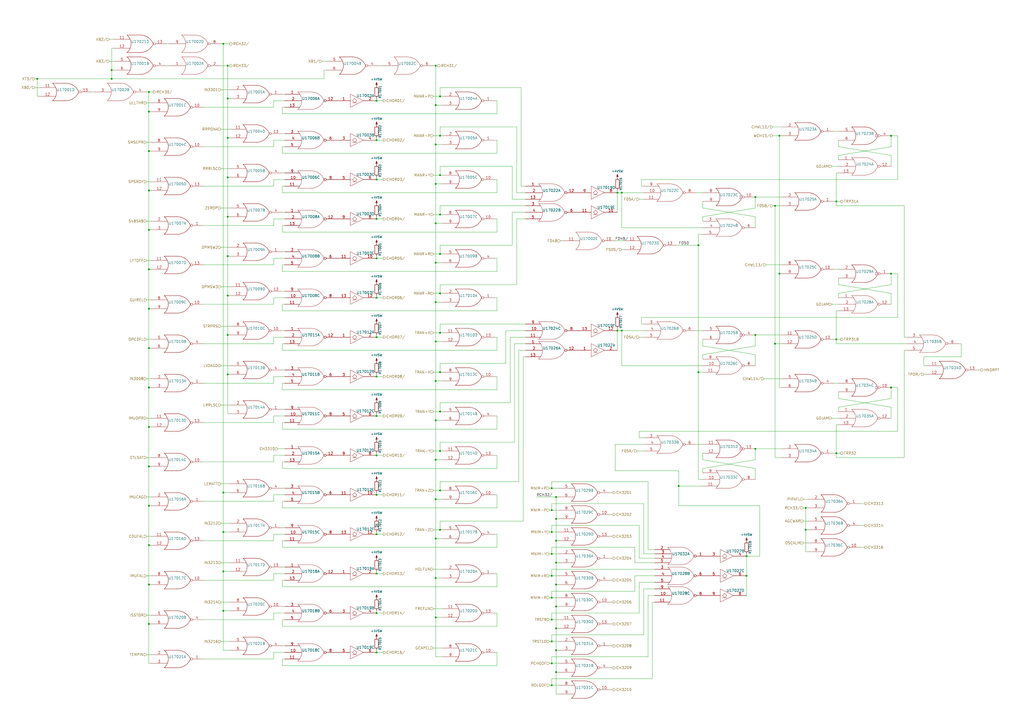
<source format=kicad_sch>
(kicad_sch (version 20211123) (generator eeschema)
  (paper "A2")
  (junction (at 252.73 152.4))
  (junction (at 322.58 313.69))
  (junction (at 132.08 57.15))
  (junction (at 358.14 191.77))
  (junction (at 132.08 125.73))
  (junction (at 255.27 124.46))
  (junction (at 322.58 339.09))
  (junction (at 21.59 45.72))
  (junction (at 252.73 243.84))
  (junction (at 320.04 372.11))
  (junction (at 433.07 322.58))
  (junction (at 322.58 300.99))
  (junction (at 218.44 127))
  (junction (at 129.54 285.75))
  (junction (at 405.13 142.24))
  (junction (at 467.36 294.64))
  (junction (at 252.73 38.1))
  (junction (at 320.04 321.31))
  (junction (at 218.44 309.88))
  (junction (at 86.36 247.65))
  (junction (at 218.44 355.6))
  (junction (at 320.04 346.71))
  (junction (at 360.68 111.76))
  (junction (at 132.08 80.01))
  (junction (at 320.04 384.81))
  (junction (at 86.36 339.09))
  (junction (at 252.73 106.68))
  (junction (at 320.04 397.51))
  (junction (at 64.77 45.72))
  (junction (at 218.44 287.02))
  (junction (at 132.08 148.59))
  (junction (at 218.44 104.14))
  (junction (at 86.36 110.49))
  (junction (at 86.36 293.37))
  (junction (at 322.58 364.49))
  (junction (at 452.12 158.75))
  (junction (at 449.58 119.38))
  (junction (at 252.73 198.12))
  (junction (at 129.54 331.47))
  (junction (at 86.36 224.79))
  (junction (at 132.08 102.87))
  (junction (at 86.36 133.35))
  (junction (at 322.58 351.79))
  (junction (at 452.12 78.74))
  (junction (at 86.36 179.07))
  (junction (at 252.73 60.96))
  (junction (at 320.04 308.61))
  (junction (at 405.13 215.9))
  (junction (at 218.44 218.44))
  (junction (at 360.68 191.77))
  (junction (at 322.58 288.29))
  (junction (at 438.15 260.35))
  (junction (at 255.27 307.34))
  (junction (at 218.44 149.86))
  (junction (at 252.73 83.82))
  (junction (at 485.14 262.89))
  (junction (at 322.58 377.19))
  (junction (at 218.44 172.72))
  (junction (at 129.54 308.61))
  (junction (at 255.27 261.62))
  (junction (at 86.36 270.51))
  (junction (at 86.36 64.77))
  (junction (at 129.54 25.4))
  (junction (at 64.77 40.64))
  (junction (at 255.27 215.9))
  (junction (at 252.73 266.7))
  (junction (at 255.27 78.74))
  (junction (at 132.08 217.17))
  (junction (at 218.44 81.28))
  (junction (at 516.89 78.74))
  (junction (at 218.44 195.58))
  (junction (at 252.73 129.54))
  (junction (at 218.44 378.46))
  (junction (at 86.36 201.93))
  (junction (at 252.73 289.56))
  (junction (at 86.36 361.95))
  (junction (at 218.44 264.16))
  (junction (at 255.27 101.6))
  (junction (at 320.04 359.41))
  (junction (at 255.27 284.48))
  (junction (at 252.73 312.42))
  (junction (at 438.15 114.3))
  (junction (at 129.54 354.33))
  (junction (at 449.58 199.39))
  (junction (at 86.36 53.34))
  (junction (at 218.44 332.74))
  (junction (at 252.73 335.28))
  (junction (at 322.58 389.89))
  (junction (at 322.58 326.39))
  (junction (at 255.27 238.76))
  (junction (at 516.89 224.79))
  (junction (at 358.14 111.76))
  (junction (at 218.44 58.42))
  (junction (at 132.08 171.45))
  (junction (at 255.27 55.88))
  (junction (at 252.73 175.26))
  (junction (at 516.89 158.75))
  (junction (at 252.73 220.98))
  (junction (at 86.36 156.21))
  (junction (at 433.07 334.01))
  (junction (at 320.04 283.21))
  (junction (at 132.08 38.1))
  (junction (at 132.08 194.31))
  (junction (at 320.04 334.01))
  (junction (at 393.7 281.94))
  (junction (at 467.36 307.34))
  (junction (at 485.14 196.85))
  (junction (at 86.36 316.23))
  (junction (at 255.27 147.32))
  (junction (at 320.04 295.91))
  (junction (at 218.44 241.3))
  (junction (at 485.14 116.84))
  (junction (at 255.27 193.04))
  (junction (at 438.15 194.31))
  (junction (at 252.73 358.14))
  (junction (at 86.36 87.63))
  (junction (at 255.27 170.18))
  (wire (pts (xy 288.29 172.72) (xy 288.29 180.34)))
  (wire (pts (xy 87.63 219.71) (xy 85.09 219.71)))
  (wire (pts (xy 86.36 384.81) (xy 87.63 384.81)))
  (wire (pts (xy 158.75 58.42) (xy 165.1 58.42)))
  (wire (pts (xy 163.83 336.55) (xy 165.1 336.55)))
  (wire (pts (xy 129.54 377.19) (xy 133.35 377.19)))
  (wire (pts (xy 368.3 334.01) (xy 379.73 334.01)))
  (wire (pts (xy 483.87 196.85) (xy 485.14 196.85)))
  (wire (pts (xy 158.75 104.14) (xy 165.1 104.14)))
  (wire (pts (xy 163.83 214.63) (xy 165.1 214.63)))
  (wire (pts (xy 370.84 323.85) (xy 379.73 323.85)))
  (wire (pts (xy 218.44 355.6) (xy 218.44 354.33)))
  (wire (pts (xy 438.15 266.7) (xy 407.67 271.78)))
  (wire (pts (xy 20.32 50.8) (xy 22.86 50.8)))
  (wire (pts (xy 516.89 242.57) (xy 516.89 236.22)))
  (wire (pts (xy 129.54 308.61) (xy 129.54 331.47)))
  (wire (pts (xy 300.99 279.4) (xy 300.99 203.2)))
  (wire (pts (xy 86.36 133.35) (xy 86.36 156.21)))
  (wire (pts (xy 320.04 359.41) (xy 323.85 359.41)))
  (wire (pts (xy 219.71 38.1) (xy 220.98 38.1)))
  (wire (pts (xy 485.14 246.38) (xy 485.14 262.89)))
  (wire (pts (xy 163.83 180.34) (xy 163.83 176.53)))
  (wire (pts (xy 132.08 80.01) (xy 132.08 102.87)))
  (wire (pts (xy 255.27 284.48) (xy 256.54 284.48)))
  (wire (pts (xy 86.36 316.23) (xy 87.63 316.23)))
  (wire (pts (xy 251.46 238.76) (xy 255.27 238.76)))
  (wire (pts (xy 356.87 139.7) (xy 361.95 139.7)))
  (wire (pts (xy 433.07 322.58) (xy 433.07 334.01)))
  (wire (pts (xy 318.77 295.91) (xy 320.04 295.91)))
  (wire (pts (xy 467.36 307.34) (xy 468.63 307.34)))
  (wire (pts (xy 320.04 384.81) (xy 323.85 384.81)))
  (wire (pts (xy 322.58 339.09) (xy 322.58 351.79)))
  (wire (pts (xy 300.99 203.2) (xy 304.8 203.2)))
  (wire (pts (xy 452.12 78.74) (xy 453.39 78.74)))
  (wire (pts (xy 255.27 78.74) (xy 255.27 73.66)))
  (wire (pts (xy 118.11 222.25) (xy 158.75 222.25)))
  (wire (pts (xy 467.36 294.64) (xy 467.36 307.34)))
  (wire (pts (xy 132.08 148.59) (xy 132.08 171.45)))
  (wire (pts (xy 218.44 127) (xy 222.25 127)))
  (wire (pts (xy 287.02 195.58) (xy 288.29 195.58)))
  (wire (pts (xy 158.75 290.83) (xy 158.75 287.02)))
  (wire (pts (xy 373.38 292.1) (xy 373.38 321.31)))
  (wire (pts (xy 163.83 130.81) (xy 165.1 130.81)))
  (wire (pts (xy 438.15 200.66) (xy 407.67 205.74)))
  (wire (pts (xy 322.58 351.79) (xy 323.85 351.79)))
  (wire (pts (xy 132.08 171.45) (xy 132.08 194.31)))
  (wire (pts (xy 535.94 212.09) (xy 537.21 212.09)))
  (wire (pts (xy 438.15 194.31) (xy 453.39 194.31)))
  (wire (pts (xy 302.26 50.8) (xy 302.26 107.95)))
  (wire (pts (xy 186.69 35.56) (xy 189.23 35.56)))
  (wire (pts (xy 252.73 335.28) (xy 256.54 335.28)))
  (wire (pts (xy 466.09 314.96) (xy 468.63 314.96)))
  (wire (pts (xy 405.13 215.9) (xy 405.13 278.13)))
  (wire (pts (xy 483.87 262.89) (xy 485.14 262.89)))
  (wire (pts (xy 288.29 241.3) (xy 288.29 248.92)))
  (wire (pts (xy 516.89 224.79) (xy 516.89 231.14)))
  (wire (pts (xy 87.63 288.29) (xy 85.09 288.29)))
  (wire (pts (xy 255.27 238.76) (xy 255.27 233.68)))
  (wire (pts (xy 87.63 59.69) (xy 85.09 59.69)))
  (wire (pts (xy 403.86 111.76) (xy 407.67 111.76)))
  (wire (pts (xy 218.44 378.46) (xy 222.25 378.46)))
  (wire (pts (xy 252.73 289.56) (xy 256.54 289.56)))
  (wire (pts (xy 128.27 234.95) (xy 133.35 234.95)))
  (wire (pts (xy 252.73 266.7) (xy 252.73 289.56)))
  (wire (pts (xy 320.04 295.91) (xy 323.85 295.91)))
  (wire (pts (xy 252.73 152.4) (xy 256.54 152.4)))
  (wire (pts (xy 129.54 285.75) (xy 129.54 308.61)))
  (wire (pts (xy 288.29 203.2) (xy 163.83 203.2)))
  (wire (pts (xy 21.59 55.88) (xy 22.86 55.88)))
  (wire (pts (xy 354.33 323.85) (xy 355.6 323.85)))
  (wire (pts (xy 158.75 264.16) (xy 165.1 264.16)))
  (wire (pts (xy 485.14 199.39) (xy 525.78 199.39)))
  (wire (pts (xy 375.92 381) (xy 375.92 345.44)))
  (wire (pts (xy 295.91 233.68) (xy 295.91 195.58)))
  (wire (pts (xy 128.27 25.4) (xy 129.54 25.4)))
  (wire (pts (xy 297.18 142.24) (xy 297.18 123.19)))
  (wire (pts (xy 287.02 172.72) (xy 288.29 172.72)))
  (wire (pts (xy 486.41 96.52) (xy 482.6 96.52)))
  (wire (pts (xy 64.77 40.64) (xy 66.04 40.64)))
  (wire (pts (xy 433.07 321.31) (xy 433.07 322.58)))
  (wire (pts (xy 87.63 265.43) (xy 85.09 265.43)))
  (wire (pts (xy 218.44 378.46) (xy 218.44 377.19)))
  (wire (pts (xy 483.87 222.25) (xy 486.41 222.25)))
  (wire (pts (xy 516.89 224.79) (xy 520.7 224.79)))
  (wire (pts (xy 438.15 194.31) (xy 438.15 200.66)))
  (wire (pts (xy 132.08 57.15) (xy 133.35 57.15)))
  (wire (pts (xy 322.58 351.79) (xy 322.58 364.49)))
  (wire (pts (xy 466.09 289.56) (xy 468.63 289.56)))
  (wire (pts (xy 288.29 294.64) (xy 163.83 294.64)))
  (wire (pts (xy 320.04 359.41) (xy 320.04 355.6)))
  (wire (pts (xy 320.04 372.11) (xy 320.04 368.3)))
  (wire (pts (xy 163.83 54.61) (xy 165.1 54.61)))
  (wire (pts (xy 444.5 153.67) (xy 453.39 153.67)))
  (wire (pts (xy 360.68 191.77) (xy 373.38 191.77)))
  (wire (pts (xy 287.02 264.16) (xy 288.29 264.16)))
  (wire (pts (xy 373.38 321.31) (xy 379.73 321.31)))
  (wire (pts (xy 87.63 242.57) (xy 85.09 242.57)))
  (wire (pts (xy 288.29 66.04) (xy 163.83 66.04)))
  (wire (pts (xy 438.15 260.35) (xy 438.15 266.7)))
  (wire (pts (xy 524.51 195.58) (xy 525.78 195.58)))
  (wire (pts (xy 288.29 309.88) (xy 288.29 317.5)))
  (wire (pts (xy 373.38 115.57) (xy 370.84 115.57)))
  (wire (pts (xy 320.04 334.01) (xy 320.04 330.2)))
  (wire (pts (xy 535.94 217.17) (xy 537.21 217.17)))
  (wire (pts (xy 86.36 87.63) (xy 87.63 87.63)))
  (wire (pts (xy 218.44 104.14) (xy 218.44 102.87)))
  (wire (pts (xy 86.36 179.07) (xy 87.63 179.07)))
  (wire (pts (xy 163.83 100.33) (xy 165.1 100.33)))
  (wire (pts (xy 252.73 220.98) (xy 252.73 243.84)))
  (wire (pts (xy 375.92 279.4) (xy 375.92 318.77)))
  (wire (pts (xy 252.73 106.68) (xy 256.54 106.68)))
  (wire (pts (xy 252.73 198.12) (xy 252.73 220.98)))
  (wire (pts (xy 378.46 393.7) (xy 378.46 349.25)))
  (wire (pts (xy 255.27 261.62) (xy 255.27 256.54)))
  (wire (pts (xy 163.83 374.65) (xy 165.1 374.65)))
  (wire (pts (xy 318.77 308.61) (xy 320.04 308.61)))
  (wire (pts (xy 287.02 127) (xy 288.29 127)))
  (wire (pts (xy 467.36 307.34) (xy 467.36 320.04)))
  (wire (pts (xy 438.15 114.3) (xy 438.15 120.65)))
  (wire (pts (xy 483.87 116.84) (xy 485.14 116.84)))
  (wire (pts (xy 255.27 170.18) (xy 256.54 170.18)))
  (wire (pts (xy 322.58 326.39) (xy 323.85 326.39)))
  (wire (pts (xy 516.89 231.14) (xy 486.41 236.22)))
  (wire (pts (xy 486.41 90.17) (xy 486.41 92.71)))
  (wire (pts (xy 118.11 359.41) (xy 158.75 359.41)))
  (wire (pts (xy 354.33 349.25) (xy 355.6 349.25)))
  (wire (pts (xy 372.11 104.14) (xy 372.11 107.95)))
  (wire (pts (xy 485.14 246.38) (xy 486.41 246.38)))
  (wire (pts (xy 118.11 336.55) (xy 158.75 336.55)))
  (wire (pts (xy 466.09 294.64) (xy 467.36 294.64)))
  (wire (pts (xy 298.45 256.54) (xy 298.45 199.39)))
  (wire (pts (xy 255.27 284.48) (xy 255.27 279.4)))
  (wire (pts (xy 252.73 266.7) (xy 256.54 266.7)))
  (wire (pts (xy 87.63 379.73) (xy 85.09 379.73)))
  (wire (pts (xy 354.33 387.35) (xy 355.6 387.35)))
  (wire (pts (xy 370.84 250.19) (xy 370.84 254)))
  (wire (pts (xy 255.27 215.9) (xy 256.54 215.9)))
  (wire (pts (xy 393.7 273.05) (xy 356.87 273.05)))
  (wire (pts (xy 287.02 241.3) (xy 288.29 241.3)))
  (wire (pts (xy 132.08 38.1) (xy 132.08 57.15)))
  (wire (pts (xy 320.04 372.11) (xy 323.85 372.11)))
  (wire (pts (xy 87.63 151.13) (xy 85.09 151.13)))
  (wire (pts (xy 520.7 78.74) (xy 520.7 104.14)))
  (wire (pts (xy 252.73 83.82) (xy 256.54 83.82)))
  (wire (pts (xy 218.44 81.28) (xy 222.25 81.28)))
  (wire (pts (xy 251.46 215.9) (xy 255.27 215.9)))
  (wire (pts (xy 288.29 111.76) (xy 163.83 111.76)))
  (wire (pts (xy 322.58 364.49) (xy 322.58 377.19)))
  (wire (pts (xy 251.46 284.48) (xy 255.27 284.48)))
  (wire (pts (xy 128.27 303.53) (xy 133.35 303.53)))
  (wire (pts (xy 86.36 361.95) (xy 87.63 361.95)))
  (wire (pts (xy 288.29 134.62) (xy 163.83 134.62)))
  (wire (pts (xy 297.18 115.57) (xy 304.8 115.57)))
  (wire (pts (xy 218.44 332.74) (xy 222.25 332.74)))
  (wire (pts (xy 288.29 58.42) (xy 288.29 66.04)))
  (wire (pts (xy 158.75 382.27) (xy 158.75 378.46)))
  (wire (pts (xy 128.27 349.25) (xy 133.35 349.25)))
  (wire (pts (xy 218.44 127) (xy 218.44 125.73)))
  (wire (pts (xy 322.58 402.59) (xy 323.85 402.59)))
  (wire (pts (xy 438.15 271.78) (xy 407.67 266.7)))
  (wire (pts (xy 287.02 309.88) (xy 288.29 309.88)))
  (wire (pts (xy 373.38 341.63) (xy 379.73 341.63)))
  (wire (pts (xy 524.51 203.2) (xy 525.78 203.2)))
  (wire (pts (xy 86.36 156.21) (xy 87.63 156.21)))
  (wire (pts (xy 255.27 124.46) (xy 255.27 119.38)))
  (wire (pts (xy 163.83 386.08) (xy 163.83 382.27)))
  (wire (pts (xy 252.73 312.42) (xy 256.54 312.42)))
  (wire (pts (xy 118.11 313.69) (xy 158.75 313.69)))
  (wire (pts (xy 433.07 334.01) (xy 433.07 345.44)))
  (wire (pts (xy 288.29 264.16) (xy 288.29 271.78)))
  (wire (pts (xy 255.27 307.34) (xy 256.54 307.34)))
  (wire (pts (xy 158.75 309.88) (xy 165.1 309.88)))
  (wire (pts (xy 187.96 45.72) (xy 187.96 40.64)))
  (wire (pts (xy 218.44 149.86) (xy 222.25 149.86)))
  (wire (pts (xy 128.27 372.11) (xy 133.35 372.11)))
  (wire (pts (xy 218.44 172.72) (xy 218.44 171.45)))
  (wire (pts (xy 568.96 214.63) (xy 567.69 214.63)))
  (wire (pts (xy 485.14 116.84) (xy 485.14 119.38)))
  (wire (pts (xy 320.04 393.7) (xy 378.46 393.7)))
  (wire (pts (xy 318.77 397.51) (xy 320.04 397.51)))
  (wire (pts (xy 452.12 158.75) (xy 453.39 158.75)))
  (wire (pts (xy 163.83 66.04) (xy 163.83 62.23)))
  (wire (pts (xy 373.38 368.3) (xy 373.38 341.63)))
  (wire (pts (xy 86.36 361.95) (xy 86.36 384.81)))
  (wire (pts (xy 218.44 264.16) (xy 222.25 264.16)))
  (wire (pts (xy 87.63 82.55) (xy 85.09 82.55)))
  (wire (pts (xy 320.04 308.61) (xy 323.85 308.61)))
  (wire (pts (xy 252.73 60.96) (xy 252.73 83.82)))
  (wire (pts (xy 320.04 346.71) (xy 320.04 342.9)))
  (wire (pts (xy 287.02 378.46) (xy 288.29 378.46)))
  (wire (pts (xy 86.36 339.09) (xy 87.63 339.09)))
  (wire (pts (xy 320.04 321.31) (xy 320.04 317.5)))
  (wire (pts (xy 403.86 257.81) (xy 407.67 257.81)))
  (wire (pts (xy 252.73 129.54) (xy 256.54 129.54)))
  (wire (pts (xy 118.11 382.27) (xy 158.75 382.27)))
  (wire (pts (xy 218.44 195.58) (xy 222.25 195.58)))
  (wire (pts (xy 255.27 96.52) (xy 297.18 96.52)))
  (wire (pts (xy 129.54 354.33) (xy 129.54 377.19)))
  (wire (pts (xy 218.44 241.3) (xy 218.44 240.03)))
  (wire (pts (xy 163.83 359.41) (xy 165.1 359.41)))
  (wire (pts (xy 255.27 55.88) (xy 255.27 50.8)))
  (wire (pts (xy 163.83 107.95) (xy 165.1 107.95)))
  (wire (pts (xy 252.73 175.26) (xy 256.54 175.26)))
  (wire (pts (xy 303.53 302.26) (xy 303.53 207.01)))
  (wire (pts (xy 158.75 62.23) (xy 158.75 58.42)))
  (wire (pts (xy 356.87 273.05) (xy 356.87 257.81)))
  (wire (pts (xy 163.83 294.64) (xy 163.83 290.83)))
  (wire (pts (xy 486.41 165.1) (xy 486.41 161.29)))
  (wire (pts (xy 118.11 153.67) (xy 158.75 153.67)))
  (wire (pts (xy 288.29 104.14) (xy 288.29 111.76)))
  (wire (pts (xy 360.68 132.08) (xy 407.67 132.08)))
  (wire (pts (xy 96.52 38.1) (xy 97.79 38.1)))
  (wire (pts (xy 287.02 81.28) (xy 288.29 81.28)))
  (wire (pts (xy 158.75 241.3) (xy 165.1 241.3)))
  (wire (pts (xy 63.5 35.56) (xy 66.04 35.56)))
  (wire (pts (xy 86.36 339.09) (xy 86.36 361.95)))
  (wire (pts (xy 252.73 358.14) (xy 256.54 358.14)))
  (wire (pts (xy 86.36 270.51) (xy 87.63 270.51)))
  (wire (pts (xy 96.52 25.4) (xy 97.79 25.4)))
  (wire (pts (xy 158.75 176.53) (xy 158.75 172.72)))
  (wire (pts (xy 21.59 45.72) (xy 64.77 45.72)))
  (wire (pts (xy 163.83 111.76) (xy 163.83 107.95)))
  (wire (pts (xy 251.46 307.34) (xy 255.27 307.34)))
  (wire (pts (xy 360.68 212.09) (xy 407.67 212.09)))
  (wire (pts (xy 322.58 377.19) (xy 322.58 389.89)))
  (wire (pts (xy 158.75 336.55) (xy 158.75 332.74)))
  (wire (pts (xy 64.77 27.94) (xy 66.04 27.94)))
  (wire (pts (xy 299.72 165.1) (xy 299.72 127)))
  (wire (pts (xy 255.27 193.04) (xy 255.27 187.96)))
  (wire (pts (xy 320.04 384.81) (xy 320.04 381)))
  (wire (pts (xy 252.73 289.56) (xy 252.73 312.42)))
  (wire (pts (xy 318.77 283.21) (xy 320.04 283.21)))
  (wire (pts (xy 218.44 81.28) (xy 218.44 80.01)))
  (wire (pts (xy 322.58 300.99) (xy 323.85 300.99)))
  (wire (pts (xy 252.73 243.84) (xy 252.73 266.7)))
  (wire (pts (xy 163.83 245.11) (xy 165.1 245.11)))
  (wire (pts (xy 86.36 293.37) (xy 86.36 316.23)))
  (wire (pts (xy 158.75 107.95) (xy 158.75 104.14)))
  (wire (pts (xy 251.46 147.32) (xy 255.27 147.32)))
  (wire (pts (xy 535.94 207.01) (xy 535.94 212.09)))
  (wire (pts (xy 255.27 55.88) (xy 256.54 55.88)))
  (wire (pts (xy 158.75 85.09) (xy 158.75 81.28)))
  (wire (pts (xy 163.83 123.19) (xy 165.1 123.19)))
  (wire (pts (xy 129.54 308.61) (xy 133.35 308.61)))
  (wire (pts (xy 516.89 158.75) (xy 516.89 165.1)))
  (wire (pts (xy 320.04 283.21) (xy 320.04 279.4)))
  (wire (pts (xy 255.27 256.54) (xy 298.45 256.54)))
  (wire (pts (xy 438.15 120.65) (xy 407.67 125.73)))
  (wire (pts (xy 322.58 326.39) (xy 322.58 339.09)))
  (wire (pts (xy 132.08 240.03) (xy 133.35 240.03)))
  (wire (pts (xy 86.36 179.07) (xy 86.36 201.93)))
  (wire (pts (xy 320.04 321.31) (xy 323.85 321.31)))
  (wire (pts (xy 360.68 111.76) (xy 360.68 132.08)))
  (wire (pts (xy 368.3 326.39) (xy 379.73 326.39)))
  (wire (pts (xy 407.67 271.78) (xy 407.67 274.32)))
  (wire (pts (xy 53.34 53.34) (xy 54.61 53.34)))
  (wire (pts (xy 449.58 265.43) (xy 453.39 265.43)))
  (wire (pts (xy 163.83 226.06) (xy 163.83 222.25)))
  (wire (pts (xy 520.7 250.19) (xy 370.84 250.19)))
  (wire (pts (xy 299.72 111.76) (xy 304.8 111.76)))
  (wire (pts (xy 320.04 334.01) (xy 323.85 334.01)))
  (wire (pts (xy 486.41 85.09) (xy 486.41 81.28)))
  (wire (pts (xy 252.73 220.98) (xy 256.54 220.98)))
  (wire (pts (xy 485.14 262.89) (xy 485.14 265.43)))
  (wire (pts (xy 407.67 125.73) (xy 407.67 128.27)))
  (wire (pts (xy 251.46 101.6) (xy 255.27 101.6)))
  (wire (pts (xy 132.08 194.31) (xy 132.08 217.17)))
  (wire (pts (xy 218.44 332.74) (xy 218.44 331.47)))
  (wire (pts (xy 354.33 311.15) (xy 355.6 311.15)))
  (wire (pts (xy 86.36 201.93) (xy 86.36 224.79)))
  (wire (pts (xy 251.46 38.1) (xy 252.73 38.1)))
  (wire (pts (xy 252.73 358.14) (xy 252.73 381)))
  (wire (pts (xy 452.12 78.74) (xy 452.12 158.75)))
  (wire (pts (xy 255.27 233.68) (xy 295.91 233.68)))
  (wire (pts (xy 320.04 397.51) (xy 323.85 397.51)))
  (wire (pts (xy 358.14 191.77) (xy 360.68 191.77)))
  (wire (pts (xy 288.29 271.78) (xy 163.83 271.78)))
  (wire (pts (xy 433.07 322.58) (xy 440.69 322.58)))
  (wire (pts (xy 64.77 27.94) (xy 64.77 40.64)))
  (wire (pts (xy 322.58 288.29) (xy 322.58 300.99)))
  (wire (pts (xy 557.53 199.39) (xy 557.53 207.01)))
  (wire (pts (xy 129.54 25.4) (xy 129.54 285.75)))
  (wire (pts (xy 255.27 78.74) (xy 256.54 78.74)))
  (wire (pts (xy 86.36 201.93) (xy 87.63 201.93)))
  (wire (pts (xy 372.11 107.95) (xy 373.38 107.95)))
  (wire (pts (xy 86.36 87.63) (xy 86.36 110.49)))
  (wire (pts (xy 218.44 309.88) (xy 218.44 308.61)))
  (wire (pts (xy 132.08 125.73) (xy 133.35 125.73)))
  (wire (pts (xy 287.02 218.44) (xy 288.29 218.44)))
  (wire (pts (xy 448.31 78.74) (xy 452.12 78.74)))
  (wire (pts (xy 118.11 199.39) (xy 158.75 199.39)))
  (wire (pts (xy 158.75 378.46) (xy 165.1 378.46)))
  (wire (pts (xy 86.36 110.49) (xy 87.63 110.49)))
  (wire (pts (xy 485.14 265.43) (xy 524.51 265.43)))
  (wire (pts (xy 486.41 176.53) (xy 482.6 176.53)))
  (wire (pts (xy 158.75 195.58) (xy 165.1 195.58)))
  (wire (pts (xy 20.32 45.72) (xy 21.59 45.72)))
  (wire (pts (xy 322.58 377.19) (xy 323.85 377.19)))
  (wire (pts (xy 438.15 212.09) (xy 438.15 205.74)))
  (wire (pts (xy 255.27 147.32) (xy 256.54 147.32)))
  (wire (pts (xy 288.29 248.92) (xy 163.83 248.92)))
  (wire (pts (xy 516.89 85.09) (xy 486.41 90.17)))
  (wire (pts (xy 322.58 364.49) (xy 323.85 364.49)))
  (wire (pts (xy 118.11 62.23) (xy 158.75 62.23)))
  (wire (pts (xy 256.54 375.92) (xy 251.46 375.92)))
  (wire (pts (xy 288.29 195.58) (xy 288.29 203.2)))
  (wire (pts (xy 485.14 116.84) (xy 487.68 116.84)))
  (wire (pts (xy 297.18 123.19) (xy 304.8 123.19)))
  (wire (pts (xy 407.67 205.74) (xy 407.67 208.28)))
  (wire (pts (xy 21.59 45.72) (xy 21.59 55.88)))
  (wire (pts (xy 320.04 295.91) (xy 320.04 292.1)))
  (wire (pts (xy 449.58 199.39) (xy 449.58 265.43)))
  (wire (pts (xy 320.04 346.71) (xy 323.85 346.71)))
  (wire (pts (xy 86.36 247.65) (xy 87.63 247.65)))
  (wire (pts (xy 449.58 119.38) (xy 449.58 199.39)))
  (wire (pts (xy 163.83 237.49) (xy 165.1 237.49)))
  (wire (pts (xy 256.54 330.2) (xy 251.46 330.2)))
  (wire (pts (xy 486.41 236.22) (xy 486.41 238.76)))
  (wire (pts (xy 443.23 219.71) (xy 453.39 219.71)))
  (wire (pts (xy 440.69 322.58) (xy 440.69 293.37)))
  (wire (pts (xy 218.44 309.88) (xy 222.25 309.88)))
  (wire (pts (xy 375.92 345.44) (xy 379.73 345.44)))
  (wire (pts (xy 64.77 45.72) (xy 187.96 45.72)))
  (wire (pts (xy 158.75 149.86) (xy 165.1 149.86)))
  (wire (pts (xy 449.58 119.38) (xy 453.39 119.38)))
  (wire (pts (xy 392.43 142.24) (xy 405.13 142.24)))
  (wire (pts (xy 516.89 158.75) (xy 520.7 158.75)))
  (wire (pts (xy 86.36 156.21) (xy 86.36 179.07)))
  (wire (pts (xy 320.04 292.1) (xy 373.38 292.1)))
  (wire (pts (xy 368.3 342.9) (xy 368.3 334.01)))
  (wire (pts (xy 252.73 106.68) (xy 252.73 129.54)))
  (wire (pts (xy 354.33 361.95) (xy 355.6 361.95)))
  (wire (pts (xy 163.83 248.92) (xy 163.83 245.11)))
  (wire (pts (xy 288.29 340.36) (xy 163.83 340.36)))
  (wire (pts (xy 86.36 247.65) (xy 86.36 270.51)))
  (wire (pts (xy 354.33 400.05) (xy 355.6 400.05)))
  (wire (pts (xy 132.08 38.1) (xy 133.35 38.1)))
  (wire (pts (xy 64.77 40.64) (xy 64.77 45.72)))
  (wire (pts (xy 370.84 254) (xy 373.38 254)))
  (wire (pts (xy 501.65 317.5) (xy 499.11 317.5)))
  (wire (pts (xy 163.83 62.23) (xy 165.1 62.23)))
  (wire (pts (xy 163.83 222.25) (xy 165.1 222.25)))
  (wire (pts (xy 158.75 199.39) (xy 158.75 195.58)))
  (wire (pts (xy 252.73 38.1) (xy 254 38.1)))
  (wire (pts (xy 158.75 287.02) (xy 165.1 287.02)))
  (wire (pts (xy 87.63 356.87) (xy 85.09 356.87)))
  (wire (pts (xy 438.15 114.3) (xy 453.39 114.3)))
  (wire (pts (xy 218.44 172.72) (xy 222.25 172.72)))
  (wire (pts (xy 85.09 53.34) (xy 86.36 53.34)))
  (wire (pts (xy 163.83 134.62) (xy 163.83 130.81)))
  (wire (pts (xy 516.89 176.53) (xy 516.89 170.18)))
  (wire (pts (xy 163.83 382.27) (xy 165.1 382.27)))
  (wire (pts (xy 288.29 363.22) (xy 163.83 363.22)))
  (wire (pts (xy 318.77 359.41) (xy 320.04 359.41)))
  (wire (pts (xy 288.29 218.44) (xy 288.29 226.06)))
  (wire (pts (xy 486.41 170.18) (xy 486.41 172.72)))
  (wire (pts (xy 516.89 165.1) (xy 486.41 170.18)))
  (wire (pts (xy 87.63 311.15) (xy 85.09 311.15)))
  (wire (pts (xy 440.69 293.37) (xy 393.7 293.37)))
  (wire (pts (xy 255.27 307.34) (xy 255.27 302.26)))
  (wire (pts (xy 255.27 302.26) (xy 303.53 302.26)))
  (wire (pts (xy 163.83 203.2) (xy 163.83 199.39)))
  (wire (pts (xy 407.67 200.66) (xy 407.67 196.85)))
  (wire (pts (xy 161.29 260.35) (xy 165.1 260.35)))
  (wire (pts (xy 516.89 96.52) (xy 516.89 90.17)))
  (wire (pts (xy 293.37 210.82) (xy 293.37 191.77)))
  (wire (pts (xy 358.14 111.76) (xy 358.14 123.19)))
  (wire (pts (xy 163.83 283.21) (xy 165.1 283.21)))
  (wire (pts (xy 449.58 199.39) (xy 453.39 199.39)))
  (wire (pts (xy 288.29 287.02) (xy 288.29 294.64)))
  (wire (pts (xy 516.89 78.74) (xy 520.7 78.74)))
  (wire (pts (xy 128.27 74.93) (xy 133.35 74.93)))
  (wire (pts (xy 255.27 170.18) (xy 255.27 165.1)))
  (wire (pts (xy 252.73 381) (xy 256.54 381)))
  (wire (pts (xy 163.83 363.22) (xy 163.83 359.41)))
  (wire (pts (xy 287.02 104.14) (xy 288.29 104.14)))
  (wire (pts (xy 158.75 153.67) (xy 158.75 149.86)))
  (wire (pts (xy 293.37 191.77) (xy 304.8 191.77)))
  (wire (pts (xy 251.46 78.74) (xy 255.27 78.74)))
  (wire (pts (xy 132.08 217.17) (xy 132.08 240.03)))
  (wire (pts (xy 87.63 196.85) (xy 85.09 196.85)))
  (wire (pts (xy 486.41 231.14) (xy 486.41 227.33)))
  (wire (pts (xy 218.44 104.14) (xy 222.25 104.14)))
  (wire (pts (xy 163.83 290.83) (xy 165.1 290.83)))
  (wire (pts (xy 318.77 384.81) (xy 320.04 384.81)))
  (wire (pts (xy 438.15 260.35) (xy 453.39 260.35)))
  (wire (pts (xy 326.39 139.7) (xy 325.12 139.7)))
  (wire (pts (xy 501.65 292.1) (xy 499.11 292.1)))
  (wire (pts (xy 163.83 199.39) (xy 165.1 199.39)))
  (wire (pts (xy 255.27 142.24) (xy 297.18 142.24)))
  (wire (pts (xy 520.7 158.75) (xy 520.7 184.15)))
  (wire (pts (xy 288.29 180.34) (xy 163.83 180.34)))
  (wire (pts (xy 86.36 270.51) (xy 86.36 293.37)))
  (wire (pts (xy 128.27 143.51) (xy 133.35 143.51)))
  (wire (pts (xy 129.54 25.4) (xy 133.35 25.4)))
  (wire (pts (xy 520.7 224.79) (xy 520.7 250.19)))
  (wire (pts (xy 218.44 195.58) (xy 218.44 194.31)))
  (wire (pts (xy 372.11 187.96) (xy 373.38 187.96)))
  (wire (pts (xy 87.63 105.41) (xy 85.09 105.41)))
  (wire (pts (xy 318.77 346.71) (xy 320.04 346.71)))
  (wire (pts (xy 118.11 107.95) (xy 158.75 107.95)))
  (wire (pts (xy 132.08 102.87) (xy 132.08 125.73)))
  (wire (pts (xy 252.73 83.82) (xy 252.73 106.68)))
  (wire (pts (xy 132.08 217.17) (xy 133.35 217.17)))
  (wire (pts (xy 255.27 50.8) (xy 302.26 50.8)))
  (wire (pts (xy 255.27 73.66) (xy 299.72 73.66)))
  (wire (pts (xy 303.53 207.01) (xy 304.8 207.01)))
  (wire (pts (xy 485.14 180.34) (xy 485.14 196.85)))
  (wire (pts (xy 483.87 76.2) (xy 486.41 76.2)))
  (wire (pts (xy 218.44 287.02) (xy 218.44 285.75)))
  (wire (pts (xy 320.04 283.21) (xy 323.85 283.21)))
  (wire (pts (xy 255.27 187.96) (xy 304.8 187.96)))
  (wire (pts (xy 287.02 287.02) (xy 288.29 287.02)))
  (wire (pts (xy 516.89 170.18) (xy 486.41 165.1)))
  (wire (pts (xy 118.11 176.53) (xy 158.75 176.53)))
  (wire (pts (xy 252.73 60.96) (xy 256.54 60.96)))
  (wire (pts (xy 299.72 127) (xy 304.8 127)))
  (wire (pts (xy 483.87 156.21) (xy 486.41 156.21)))
  (wire (pts (xy 158.75 332.74) (xy 165.1 332.74)))
  (wire (pts (xy 218.44 264.16) (xy 218.44 262.89)))
  (wire (pts (xy 405.13 278.13) (xy 407.67 278.13)))
  (wire (pts (xy 252.73 38.1) (xy 252.73 60.96)))
  (wire (pts (xy 128.27 166.37) (xy 133.35 166.37)))
  (wire (pts (xy 132.08 171.45) (xy 133.35 171.45)))
  (wire (pts (xy 373.38 195.58) (xy 370.84 195.58)))
  (wire (pts (xy 118.11 130.81) (xy 158.75 130.81)))
  (wire (pts (xy 298.45 199.39) (xy 304.8 199.39)))
  (wire (pts (xy 158.75 127) (xy 165.1 127)))
  (wire (pts (xy 218.44 58.42) (xy 222.25 58.42)))
  (wire (pts (xy 358.14 110.49) (xy 358.14 111.76)))
  (wire (pts (xy 360.68 111.76) (xy 373.38 111.76)))
  (wire (pts (xy 252.73 198.12) (xy 256.54 198.12)))
  (wire (pts (xy 438.15 132.08) (xy 438.15 125.73)))
  (wire (pts (xy 255.27 215.9) (xy 255.27 210.82)))
  (wire (pts (xy 405.13 135.89) (xy 405.13 142.24)))
  (wire (pts (xy 163.83 157.48) (xy 163.83 153.67)))
  (wire (pts (xy 320.04 279.4) (xy 375.92 279.4)))
  (wire (pts (xy 288.29 355.6) (xy 288.29 363.22)))
  (wire (pts (xy 132.08 125.73) (xy 132.08 148.59)))
  (wire (pts (xy 466.09 302.26) (xy 468.63 302.26)))
  (wire (pts (xy 118.11 290.83) (xy 158.75 290.83)))
  (wire (pts (xy 218.44 149.86) (xy 218.44 148.59)))
  (wire (pts (xy 251.46 261.62) (xy 255.27 261.62)))
  (wire (pts (xy 320.04 381) (xy 375.92 381)))
  (wire (pts (xy 322.58 300.99) (xy 322.58 313.69)))
  (wire (pts (xy 128.27 120.65) (xy 133.35 120.65)))
  (wire (pts (xy 356.87 257.81) (xy 373.38 257.81)))
  (wire (pts (xy 255.27 279.4) (xy 300.99 279.4)))
  (wire (pts (xy 132.08 194.31) (xy 133.35 194.31)))
  (wire (pts (xy 129.54 331.47) (xy 129.54 354.33)))
  (wire (pts (xy 86.36 110.49) (xy 86.36 133.35)))
  (wire (pts (xy 288.29 332.74) (xy 288.29 340.36)))
  (wire (pts (xy 163.83 88.9) (xy 163.83 85.09)))
  (wire (pts (xy 132.08 57.15) (xy 132.08 80.01)))
  (wire (pts (xy 158.75 172.72) (xy 165.1 172.72)))
  (wire (pts (xy 87.63 173.99) (xy 85.09 173.99)))
  (wire (pts (xy 320.04 304.8) (xy 370.84 304.8)))
  (wire (pts (xy 557.53 207.01) (xy 535.94 207.01)))
  (wire (pts (xy 288.29 88.9) (xy 163.83 88.9)))
  (wire (pts (xy 163.83 271.78) (xy 163.83 267.97)))
  (wire (pts (xy 358.14 111.76) (xy 360.68 111.76)))
  (wire (pts (xy 288.29 226.06) (xy 163.83 226.06)))
  (wire (pts (xy 163.83 85.09) (xy 165.1 85.09)))
  (wire (pts (xy 87.63 334.01) (xy 85.09 334.01)))
  (wire (pts (xy 256.54 353.06) (xy 251.46 353.06)))
  (wire (pts (xy 358.14 190.5) (xy 358.14 191.77)))
  (wire (pts (xy 158.75 222.25) (xy 158.75 218.44)))
  (wire (pts (xy 86.36 64.77) (xy 87.63 64.77)))
  (wire (pts (xy 320.04 368.3) (xy 373.38 368.3)))
  (wire (pts (xy 129.54 285.75) (xy 133.35 285.75)))
  (wire (pts (xy 163.83 328.93) (xy 165.1 328.93)))
  (wire (pts (xy 452.12 158.75) (xy 452.12 224.79)))
  (wire (pts (xy 132.08 148.59) (xy 133.35 148.59)))
  (wire (pts (xy 86.36 133.35) (xy 87.63 133.35)))
  (wire (pts (xy 288.29 127) (xy 288.29 134.62)))
  (wire (pts (xy 467.36 320.04) (xy 468.63 320.04)))
  (wire (pts (xy 128.27 280.67) (xy 133.35 280.67)))
  (wire (pts (xy 288.29 157.48) (xy 163.83 157.48)))
  (wire (pts (xy 128.27 38.1) (xy 132.08 38.1)))
  (wire (pts (xy 438.15 125.73) (xy 407.67 120.65)))
  (wire (pts (xy 218.44 218.44) (xy 218.44 217.17)))
  (wire (pts (xy 485.14 100.33) (xy 485.14 116.84)))
  (wire (pts (xy 128.27 212.09) (xy 133.35 212.09)))
  (wire (pts (xy 86.36 316.23) (xy 86.36 339.09)))
  (wire (pts (xy 438.15 278.13) (xy 438.15 271.78)))
  (wire (pts (xy 158.75 218.44) (xy 165.1 218.44)))
  (wire (pts (xy 218.44 241.3) (xy 222.25 241.3)))
  (wire (pts (xy 485.14 119.38) (xy 524.51 119.38)))
  (wire (pts (xy 378.46 349.25) (xy 379.73 349.25)))
  (wire (pts (xy 128.27 326.39) (xy 133.35 326.39)))
  (wire (pts (xy 320.04 355.6) (xy 370.84 355.6)))
  (wire (pts (xy 255.27 261.62) (xy 256.54 261.62)))
  (wire (pts (xy 118.11 245.11) (xy 158.75 245.11)))
  (wire (pts (xy 118.11 267.97) (xy 158.75 267.97)))
  (wire (pts (xy 251.46 55.88) (xy 255.27 55.88)))
  (wire (pts (xy 322.58 339.09) (xy 323.85 339.09)))
  (wire (pts (xy 255.27 147.32) (xy 255.27 142.24)))
  (wire (pts (xy 163.83 267.97) (xy 165.1 267.97)))
  (wire (pts (xy 393.7 281.94) (xy 393.7 273.05)))
  (wire (pts (xy 322.58 313.69) (xy 322.58 326.39)))
  (wire (pts (xy 287.02 355.6) (xy 288.29 355.6)))
  (wire (pts (xy 320.04 317.5) (xy 368.3 317.5)))
  (wire (pts (xy 354.33 374.65) (xy 355.6 374.65)))
  (wire (pts (xy 407.67 120.65) (xy 407.67 116.84)))
  (wire (pts (xy 407.67 135.89) (xy 405.13 135.89)))
  (wire (pts (xy 163.83 168.91) (xy 165.1 168.91)))
  (wire (pts (xy 252.73 152.4) (xy 252.73 175.26)))
  (wire (pts (xy 218.44 58.42) (xy 218.44 57.15)))
  (wire (pts (xy 252.73 335.28) (xy 252.73 358.14)))
  (wire (pts (xy 370.84 337.82) (xy 379.73 337.82)))
  (wire (pts (xy 255.27 238.76) (xy 256.54 238.76)))
  (wire (pts (xy 485.14 196.85) (xy 485.14 199.39)))
  (wire (pts (xy 372.11 184.15) (xy 372.11 187.96)))
  (wire (pts (xy 255.27 165.1) (xy 299.72 165.1)))
  (wire (pts (xy 485.14 180.34) (xy 486.41 180.34)))
  (wire (pts (xy 368.3 317.5) (xy 368.3 326.39)))
  (wire (pts (xy 370.84 355.6) (xy 370.84 337.82)))
  (wire (pts (xy 163.83 313.69) (xy 165.1 313.69)))
  (wire (pts (xy 128.27 189.23) (xy 133.35 189.23)))
  (wire (pts (xy 163.83 176.53) (xy 165.1 176.53)))
  (wire (pts (xy 318.77 334.01) (xy 320.04 334.01)))
  (wire (pts (xy 252.73 243.84) (xy 256.54 243.84)))
  (wire (pts (xy 158.75 359.41) (xy 158.75 355.6)))
  (wire (pts (xy 295.91 195.58) (xy 304.8 195.58)))
  (wire (pts (xy 255.27 124.46) (xy 256.54 124.46)))
  (wire (pts (xy 251.46 124.46) (xy 255.27 124.46)))
  (wire (pts (xy 86.36 224.79) (xy 87.63 224.79)))
  (wire (pts (xy 524.51 265.43) (xy 524.51 203.2)))
  (wire (pts (xy 318.77 321.31) (xy 320.04 321.31)))
  (wire (pts (xy 158.75 355.6) (xy 165.1 355.6)))
  (wire (pts (xy 163.83 306.07) (xy 165.1 306.07)))
  (wire (pts (xy 354.33 298.45) (xy 355.6 298.45)))
  (wire (pts (xy 255.27 119.38) (xy 304.8 119.38)))
  (wire (pts (xy 320.04 308.61) (xy 320.04 304.8)))
  (wire (pts (xy 288.29 81.28) (xy 288.29 88.9)))
  (wire (pts (xy 218.44 218.44) (xy 222.25 218.44)))
  (wire (pts (xy 448.31 119.38) (xy 449.58 119.38)))
  (wire (pts (xy 405.13 215.9) (xy 407.67 215.9)))
  (wire (pts (xy 288.29 386.08) (xy 163.83 386.08)))
  (wire (pts (xy 288.29 149.86) (xy 288.29 157.48)))
  (wire (pts (xy 252.73 175.26) (xy 252.73 198.12)))
  (wire (pts (xy 288.29 317.5) (xy 163.83 317.5)))
  (wire (pts (xy 322.58 313.69) (xy 323.85 313.69)))
  (wire (pts (xy 360.68 212.09) (xy 360.68 191.77)))
  (wire (pts (xy 129.54 331.47) (xy 133.35 331.47)))
  (wire (pts (xy 516.89 78.74) (xy 516.89 85.09)))
  (wire (pts (xy 438.15 205.74) (xy 407.67 200.66)))
  (wire (pts (xy 218.44 355.6) (xy 222.25 355.6)))
  (wire (pts (xy 287.02 58.42) (xy 288.29 58.42)))
  (wire (pts (xy 163.83 317.5) (xy 163.83 313.69)))
  (wire (pts (xy 163.83 146.05) (xy 165.1 146.05)))
  (wire (pts (xy 393.7 293.37) (xy 393.7 281.94)))
  (wire (pts (xy 302.26 107.95) (xy 304.8 107.95)))
  (wire (pts (xy 187.96 40.64) (xy 189.23 40.64)))
  (wire (pts (xy 158.75 130.81) (xy 158.75 127)))
  (wire (pts (xy 158.75 81.28) (xy 165.1 81.28)))
  (wire (pts (xy 320.04 397.51) (xy 320.04 393.7)))
  (wire (pts (xy 520.7 184.15) (xy 372.11 184.15)))
  (wire (pts (xy 370.84 304.8) (xy 370.84 323.85)))
  (wire (pts (xy 118.11 85.09) (xy 158.75 85.09)))
  (wire (pts (xy 322.58 389.89) (xy 322.58 402.59)))
  (wire (pts (xy 63.5 22.86) (xy 66.04 22.86)))
  (wire (pts (xy 163.83 77.47) (xy 165.1 77.47)))
  (wire (pts (xy 452.12 224.79) (xy 453.39 224.79)))
  (wire (pts (xy 218.44 287.02) (xy 222.25 287.02)))
  (wire (pts (xy 255.27 101.6) (xy 256.54 101.6)))
  (wire (pts (xy 354.33 285.75) (xy 355.6 285.75)))
  (wire (pts (xy 311.15 288.29) (xy 322.58 288.29)))
  (wire (pts (xy 485.14 262.89) (xy 487.68 262.89)))
  (wire (pts (xy 448.31 73.66) (xy 453.39 73.66)))
  (wire (pts (xy 128.27 97.79) (xy 133.35 97.79)))
  (wire (pts (xy 556.26 199.39) (xy 557.53 199.39)))
  (wire (pts (xy 255.27 101.6) (xy 255.27 96.52)))
  (wire (pts (xy 358.14 191.77) (xy 358.14 203.2)))
  (wire (pts (xy 485.14 100.33) (xy 486.41 100.33)))
  (wire (pts (xy 320.04 330.2) (xy 379.73 330.2)))
  (wire (pts (xy 158.75 313.69) (xy 158.75 309.88)))
  (wire (pts (xy 520.7 104.14) (xy 372.11 104.14)))
  (wire (pts (xy 158.75 245.11) (xy 158.75 241.3)))
  (wire (pts (xy 129.54 354.33) (xy 133.35 354.33)))
  (wire (pts (xy 86.36 293.37) (xy 87.63 293.37)))
  (wire (pts (xy 252.73 312.42) (xy 252.73 335.28)))
  (wire (pts (xy 255.27 210.82) (xy 293.37 210.82)))
  (wire (pts (xy 251.46 193.04) (xy 255.27 193.04)))
  (wire (pts (xy 375.92 318.77) (xy 379.73 318.77)))
  (wire (pts (xy 132.08 102.87) (xy 133.35 102.87)))
  (wire (pts (xy 86.36 64.77) (xy 86.36 87.63)))
  (wire (pts (xy 354.33 336.55) (xy 355.6 336.55)))
  (wire (pts (xy 86.36 224.79) (xy 86.36 247.65)))
  (wire (pts (xy 128.27 52.07) (xy 133.35 52.07)))
  (wire (pts (xy 287.02 332.74) (xy 288.29 332.74)))
  (wire (pts (xy 403.86 191.77) (xy 407.67 191.77)))
  (wire (pts (xy 163.83 153.67) (xy 165.1 153.67)))
  (wire (pts (xy 320.04 342.9) (xy 368.3 342.9)))
  (wire (pts (xy 486.41 242.57) (xy 482.6 242.57)))
  (wire (pts (xy 252.73 129.54) (xy 252.73 152.4)))
  (wire (pts (xy 322.58 288.29) (xy 323.85 288.29)))
  (wire (pts (xy 501.65 304.8) (xy 499.11 304.8)))
  (wire (pts (xy 318.77 372.11) (xy 320.04 372.11)))
  (wire (pts (xy 524.51 119.38) (xy 524.51 195.58)))
  (wire (pts (xy 163.83 340.36) (xy 163.83 336.55)))
  (wire (pts (xy 163.83 351.79) (xy 165.1 351.79)))
  (wire (pts (xy 158.75 267.97) (xy 158.75 264.16)))
  (wire (pts (xy 87.63 128.27) (xy 85.09 128.27)))
  (wire (pts (xy 297.18 96.52) (xy 297.18 115.57)))
  (wire (pts (xy 516.89 90.17) (xy 486.41 85.09)))
  (wire (pts (xy 467.36 294.64) (xy 468.63 294.64)))
  (wire (pts (xy 373.38 261.62) (xy 369.57 261.62)))
  (wire (pts (xy 322.58 389.89) (xy 323.85 389.89)))
  (wire (pts (xy 132.08 80.01) (xy 133.35 80.01)))
  (wire (pts (xy 287.02 149.86) (xy 288.29 149.86)))
  (wire (pts (xy 393.7 281.94) (xy 407.67 281.94)))
  (wire (pts (xy 86.36 53.34) (xy 88.9 53.34)))
  (wire (pts (xy 86.36 53.34) (xy 86.36 64.77)))
  (wire (pts (xy 407.67 266.7) (xy 407.67 262.89)))
  (wire (pts (xy 405.13 142.24) (xy 405.13 215.9)))
  (wire (pts (xy 288.29 378.46) (xy 288.29 386.08)))
  (wire (pts (xy 255.27 193.04) (xy 256.54 193.04)))
  (wire (pts (xy 516.89 236.22) (xy 486.41 231.14)))
  (wire (pts (xy 299.72 73.66) (xy 299.72 111.76)))
  (wire (pts (xy 163.83 191.77) (xy 165.1 191.77)))
  (wire (pts (xy 251.46 170.18) (xy 255.27 170.18)))
  (wire (pts (xy 361.95 144.78) (xy 360.68 144.78)))
  (wire (pts (xy 485.14 196.85) (xy 487.68 196.85)))
  (label "RCH32/" (at 311.15 288.29 0) (effects (font (size 1.524 1.524))))
  (label "FO5D" (at 393.7 142.24 0) (effects (font (size 1.524 1.524))))
  (label "F04B/" (at 356.87 139.7 0) (effects (font (size 1.524 1.524))))
  (hierarchical_label "MANR+R" (shape input) (at 251.46 147.32 180) (effects (font (size 1.524 1.524))))
  (hierarchical_label "CH3204" (shape output) (at 355.6 323.85 0) (effects (font (size 1.524 1.524))))
  (hierarchical_label "IN3213" (shape input) (at 128.27 326.39 180) (effects (font (size 1.524 1.524))))
  (hierarchical_label "IMUOPR" (shape input) (at 85.09 242.57 180) (effects (font (size 1.524 1.524))))
  (hierarchical_label "RCH31/" (shape output) (at 254 38.1 0) (effects (font (size 1.524 1.524))))
  (hierarchical_label "TRP31B" (shape output) (at 487.68 196.85 0) (effects (font (size 1.524 1.524))))
  (hierarchical_label "CHOR07/" (shape output) (at 222.25 195.58 0) (effects (font (size 1.524 1.524))))
  (hierarchical_label "XB2/" (shape input) (at 63.5 22.86 180) (effects (font (size 1.524 1.524))))
  (hierarchical_label "CHWL12/" (shape input) (at 448.31 73.66 180) (effects (font (size 1.524 1.524))))
  (hierarchical_label "CH3313" (shape output) (at 501.65 292.1 0) (effects (font (size 1.524 1.524))))
  (hierarchical_label "HOLFUN" (shape input) (at 251.46 330.2 180) (effects (font (size 1.524 1.524))))
  (hierarchical_label "CH3316" (shape output) (at 501.65 317.5 0) (effects (font (size 1.524 1.524))))
  (hierarchical_label "MANR-P" (shape input) (at 251.46 78.74 180) (effects (font (size 1.524 1.524))))
  (hierarchical_label "F05B/" (shape input) (at 448.31 119.38 180) (effects (font (size 1.524 1.524))))
  (hierarchical_label "RRPONA" (shape input) (at 128.27 74.93 180) (effects (font (size 1.524 1.524))))
  (hierarchical_label "TRAN+X" (shape input) (at 251.46 193.04 180) (effects (font (size 1.524 1.524))))
  (hierarchical_label "CH3209" (shape output) (at 355.6 387.35 0) (effects (font (size 1.524 1.524))))
  (hierarchical_label "RRRLSC" (shape input) (at 128.27 97.79 180) (effects (font (size 1.524 1.524))))
  (hierarchical_label "IN3301" (shape input) (at 128.27 52.07 180) (effects (font (size 1.524 1.524))))
  (hierarchical_label "TRP32" (shape output) (at 487.68 262.89 0) (effects (font (size 1.524 1.524))))
  (hierarchical_label "CH3202" (shape output) (at 355.6 298.45 0) (effects (font (size 1.524 1.524))))
  (hierarchical_label "PCHGOF" (shape input) (at 318.77 384.81 180) (effects (font (size 1.524 1.524))))
  (hierarchical_label "OPMSW3" (shape input) (at 128.27 166.37 180) (effects (font (size 1.524 1.524))))
  (hierarchical_label "CHOR14/" (shape output) (at 222.25 355.6 0) (effects (font (size 1.524 1.524))))
  (hierarchical_label "TRAN-X" (shape input) (at 251.46 215.9 180) (effects (font (size 1.524 1.524))))
  (hierarchical_label "CTLSAT" (shape input) (at 85.09 265.43 180) (effects (font (size 1.524 1.524))))
  (hierarchical_label "F04B" (shape input) (at 325.12 139.7 180) (effects (font (size 1.524 1.524))))
  (hierarchical_label "MANR-Y" (shape input) (at 251.46 124.46 180) (effects (font (size 1.524 1.524))))
  (hierarchical_label "TRST10" (shape input) (at 318.77 372.11 180) (effects (font (size 1.524 1.524))))
  (hierarchical_label "MANR+Y" (shape input) (at 251.46 101.6 180) (effects (font (size 1.524 1.524))))
  (hierarchical_label "S4BSAB" (shape input) (at 85.09 128.27 180) (effects (font (size 1.524 1.524))))
  (hierarchical_label "ZEROP" (shape input) (at 128.27 120.65 180) (effects (font (size 1.524 1.524))))
  (hierarchical_label "TRAN-Y" (shape input) (at 251.46 261.62 180) (effects (font (size 1.524 1.524))))
  (hierarchical_label "CH3314" (shape output) (at 501.65 304.8 0) (effects (font (size 1.524 1.524))))
  (hierarchical_label "CHOR01/" (shape output) (at 222.25 58.42 0) (effects (font (size 1.524 1.524))))
  (hierarchical_label "PIPAFL" (shape input) (at 466.09 289.56 180) (effects (font (size 1.524 1.524))))
  (hierarchical_label "OSCALM" (shape input) (at 466.09 314.96 180) (effects (font (size 1.524 1.524))))
  (hierarchical_label "LEMATT" (shape input) (at 128.27 280.67 180) (effects (font (size 1.524 1.524))))
  (hierarchical_label "FREFUN" (shape input) (at 251.46 353.06 180) (effects (font (size 1.524 1.524))))
  (hierarchical_label "CH3203" (shape output) (at 355.6 311.15 0) (effects (font (size 1.524 1.524))))
  (hierarchical_label "MNIM-R" (shape input) (at 318.77 346.71 180) (effects (font (size 1.524 1.524))))
  (hierarchical_label "CH3207" (shape output) (at 355.6 361.95 0) (effects (font (size 1.524 1.524))))
  (hierarchical_label "CH3201" (shape output) (at 355.6 285.75 0) (effects (font (size 1.524 1.524))))
  (hierarchical_label "FS05/" (shape input) (at 360.68 144.78 180) (effects (font (size 1.524 1.524))))
  (hierarchical_label "IN3008" (shape input) (at 85.09 219.71 180) (effects (font (size 1.524 1.524))))
  (hierarchical_label "MNIM-P" (shape input) (at 318.77 295.91 180) (effects (font (size 1.524 1.524))))
  (hierarchical_label "RCH30/" (shape output) (at 88.9 53.34 0) (effects (font (size 1.524 1.524))))
  (hierarchical_label "TPOR/" (shape input) (at 535.94 217.17 180) (effects (font (size 1.524 1.524))))
  (hierarchical_label "MANR-R" (shape input) (at 251.46 170.18 180) (effects (font (size 1.524 1.524))))
  (hierarchical_label "CH3206" (shape output) (at 355.6 349.25 0) (effects (font (size 1.524 1.524))))
  (hierarchical_label "CHOR12/" (shape output) (at 222.25 309.88 0) (effects (font (size 1.524 1.524))))
  (hierarchical_label "OPMSW2" (shape input) (at 128.27 143.51 180) (effects (font (size 1.524 1.524))))
  (hierarchical_label "GCAPCL" (shape input) (at 251.46 375.92 180) (effects (font (size 1.524 1.524))))
  (hierarchical_label "MANR+P" (shape input) (at 251.46 55.88 180) (effects (font (size 1.524 1.524))))
  (hierarchical_label "CH3310" (shape input) (at 161.29 260.35 180) (effects (font (size 1.524 1.524))))
  (hierarchical_label "LVDAGD" (shape input) (at 128.27 212.09 180) (effects (font (size 1.524 1.524))))
  (hierarchical_label "CH3208" (shape output) (at 355.6 374.65 0) (effects (font (size 1.524 1.524))))
  (hierarchical_label "AGCWAR" (shape input) (at 466.09 302.26 180) (effects (font (size 1.524 1.524))))
  (hierarchical_label "MNIM+Y" (shape input) (at 318.77 308.61 180) (effects (font (size 1.524 1.524))))
  (hierarchical_label "CHOR06/" (shape output) (at 222.25 172.72 0) (effects (font (size 1.524 1.524))))
  (hierarchical_label "CH3210" (shape output) (at 355.6 400.05 0) (effects (font (size 1.524 1.524))))
  (hierarchical_label "CHOR05/" (shape output) (at 222.25 149.86 0) (effects (font (size 1.524 1.524))))
  (hierarchical_label "XB1/" (shape input) (at 186.69 35.56 180) (effects (font (size 1.524 1.524))))
  (hierarchical_label "XB3/" (shape input) (at 63.5 35.56 180) (effects (font (size 1.524 1.524))))
  (hierarchical_label "CH3205" (shape output) (at 355.6 336.55 0) (effects (font (size 1.524 1.524))))
  (hierarchical_label "RCH32/" (shape output) (at 133.35 25.4 0) (effects (font (size 1.524 1.524))))
  (hierarchical_label "GUIREL" (shape input) (at 85.09 173.99 180) (effects (font (size 1.524 1.524))))
  (hierarchical_label "IN3214" (shape input) (at 128.27 349.25 180) (effects (font (size 1.524 1.524))))
  (hierarchical_label "F05A/" (shape input) (at 370.84 115.57 180) (effects (font (size 1.524 1.524))))
  (hierarchical_label "XT3/" (shape input) (at 20.32 45.72 180) (effects (font (size 1.524 1.524))))
  (hierarchical_label "TRAN+Y" (shape input) (at 251.46 238.76 180) (effects (font (size 1.524 1.524))))
  (hierarchical_label "CHWL13/" (shape input) (at 444.5 153.67 180) (effects (font (size 1.524 1.524))))
  (hierarchical_label "CHOR13/" (shape output) (at 222.25 332.74 0) (effects (font (size 1.524 1.524))))
  (hierarchical_label "ROLGOF" (shape input) (at 318.77 397.51 180) (effects (font (size 1.524 1.524))))
  (hierarchical_label "MNIM+R" (shape input) (at 318.77 334.01 180) (effects (font (size 1.524 1.524))))
  (hierarchical_label "IN3212" (shape input) (at 128.27 303.53 180) (effects (font (size 1.524 1.524))))
  (hierarchical_label "TRAN-Z" (shape input) (at 251.46 307.34 180) (effects (font (size 1.524 1.524))))
  (hierarchical_label "LFTOFF" (shape input) (at 85.09 151.13 180) (effects (font (size 1.524 1.524))))
  (hierarchical_label "IMUFAL" (shape input) (at 85.09 334.01 180) (effects (font (size 1.524 1.524))))
  (hierarchical_label "CHOR04/" (shape output) (at 222.25 127 0) (effects (font (size 1.524 1.524))))
  (hierarchical_label "GOJAM" (shape input) (at 482.6 242.57 180) (effects (font (size 1.524 1.524))))
  (hierarchical_label "MNIM-Y" (shape input) (at 318.77 321.31 180) (effects (font (size 1.524 1.524))))
  (hierarchical_label "CDUFAL" (shape input) (at 85.09 311.15 180) (effects (font (size 1.524 1.524))))
  (hierarchical_label "STRPRS" (shape input) (at 128.27 189.23 180) (effects (font (size 1.524 1.524))))
  (hierarchical_label "XB0/" (shape input) (at 20.32 50.8 180) (effects (font (size 1.524 1.524))))
  (hierarchical_label "HNDRPT" (shape output) (at 568.96 214.63 0) (effects (font (size 1.524 1.524))))
  (hierarchical_label "CHOR09/" (shape output) (at 222.25 241.3 0) (effects (font (size 1.524 1.524))))
  (hierarchical_label "SMSEPR" (shape input) (at 85.09 82.55 180) (effects (font (size 1.524 1.524))))
  (hierarchical_label "CHOR16/" (shape output) (at 222.25 378.46 0) (effects (font (size 1.524 1.524))))
  (hierarchical_label "F05A/" (shape input) (at 369.57 261.62 180) (effects (font (size 1.524 1.524))))
  (hierarchical_label "CHOR08/" (shape output) (at 222.25 218.44 0) (effects (font (size 1.524 1.524))))
  (hierarchical_label "SPSRDY" (shape input) (at 85.09 105.41 180) (effects (font (size 1.524 1.524))))
  (hierarchical_label "CHWL14/" (shape input) (at 443.23 219.71 180) (effects (font (size 1.524 1.524))))
  (hierarchical_label "TEMPIN" (shape input) (at 85.09 379.73 180) (effects (font (size 1.524 1.524))))
  (hierarchical_label "F05A/" (shape input) (at 370.84 195.58 180) (effects (font (size 1.524 1.524))))
  (hierarchical_label "TRST9" (shape input) (at 318.77 359.41 180) (effects (font (size 1.524 1.524))))
  (hierarchical_label "ULLTHR" (shape input) (at 85.09 59.69 180) (effects (font (size 1.524 1.524))))
  (hierarchical_label "CHOR11/" (shape output) (at 222.25 287.02 0) (effects (font (size 1.524 1.524))))
  (hierarchical_label "LRRLSC" (shape input) (at 128.27 234.95 180) (effects (font (size 1.524 1.524))))
  (hierarchical_label "IMUCAG" (shape input) (at 85.09 288.29 180) (effects (font (size 1.524 1.524))))
  (hierarchical_label "RCH33/" (shape output) (at 133.35 38.1 0) (effects (font (size 1.524 1.524))))
  (hierarchical_label "WCH13/" (shape input) (at 448.31 78.74 180) (effects (font (size 1.524 1.524))))
  (hierarchical_label "CHOR10/" (shape output) (at 222.25 264.16 0) (effects (font (size 1.524 1.524))))
  (hierarchical_label "CHOR02/" (shape output) (at 222.25 81.28 0) (effects (font (size 1.524 1.524))))
  (hierarchical_label "CHOR03/" (shape output) (at 222.25 104.14 0) (effects (font (size 1.524 1.524))))
  (hierarchical_label "GOJAM" (shape input) (at 482.6 96.52 180) (effects (font (size 1.524 1.524))))
  (hierarchical_label "IN3216" (shape input) (at 128.27 372.11 180) (effects (font (size 1.524 1.524))))
  (hierarchical_label "TRP31A" (shape output) (at 487.68 116.84 0) (effects (font (size 1.524 1.524))))
  (hierarchical_label "ISSTOR" (shape input) (at 85.09 356.87 180) (effects (font (size 1.524 1.524))))
  (hierarchical_label "TRAN+Z" (shape input) (at 251.46 284.48 180) (effects (font (size 1.524 1.524))))
  (hierarchical_label "OPCDFL" (shape input) (at 85.09 196.85 180) (effects (font (size 1.524 1.524))))
  (hierarchical_label "RCH33/" (shape input) (at 466.09 294.64 180) (effects (font (size 1.524 1.524))))
  (hierarchical_label "GOJAM" (shape input) (at 482.6 176.53 180) (effects (font (size 1.524 1.524))))
  (hierarchical_label "MNIM+P" (shape input) (at 318.77 283.21 180) (effects (font (size 1.524 1.524))))
  (symbol (lib_id "agc_kicad_components:74HC02") (at 148.59 54.61 0) (unit 1)
    (property "Reference" "U17001" (at 148.59 53.34 0) (effects (font (size 1.524 1.524))))
  )
  (symbol (lib_id "agc_kicad_components:74HC02") (at 81.28 38.1 0) (unit 2)
    (property "Reference" "U17001" (at 81.28 36.83 0) (effects (font (size 1.524 1.524))))
  )
  (symbol (lib_id "agc_kicad_components:74HC04") (at 113.03 38.1 0) (unit 1)
    (property "Reference" "U17002" (at 113.03 36.83 0) (effects (font (size 1.524 1.524))))
  )
  (symbol (lib_id "agc_kicad_components:74HC27") (at 180.34 58.42 0) (unit 1)
    (property "Reference" "U17006" (at 180.34 57.15 0) (effects (font (size 1.524 1.524))))
  )
  (symbol (lib_id "agc_kicad_components:74LVC07") (at 207.01 58.42 0) (unit 1)
    (property "Reference" "U17003" (at 211.963 55.499 0) (effects (font (size 1.524 1.524))))
  )
  (symbol (lib_id "Device:R") (at 218.44 53.34 0) (unit 1)
    (property "Reference" "R17001" (at 220.472 53.34 90))
  )
  (symbol (lib_id "agc_kicad_components:74HC02") (at 102.87 62.23 0) (unit 3)
    (property "Reference" "U17001" (at 102.87 60.96 0) (effects (font (size 1.524 1.524))))
  )
  (symbol (lib_id "agc_kicad_components:74HC02") (at 38.1 53.34 0) (unit 4)
    (property "Reference" "U17001" (at 38.1 52.07 0) (effects (font (size 1.524 1.524))))
  )
  (symbol (lib_id "agc_kicad_components:74HC04") (at 69.85 53.34 0) (unit 2)
    (property "Reference" "U17002" (at 69.85 52.07 0) (effects (font (size 1.524 1.524))))
  )
  (symbol (lib_id "agc_kicad_components:74HC02") (at 271.78 58.42 0) (unit 1)
    (property "Reference" "U17004" (at 271.78 57.15 0) (effects (font (size 1.524 1.524))))
  )
  (symbol (lib_id "agc_kicad_components:74HC02") (at 204.47 38.1 0) (unit 2)
    (property "Reference" "U17004" (at 204.47 36.83 0) (effects (font (size 1.524 1.524))))
  )
  (symbol (lib_id "agc_kicad_components:74HC04") (at 236.22 38.1 0) (unit 3)
    (property "Reference" "U17002" (at 236.22 36.83 0) (effects (font (size 1.524 1.524))))
  )
  (symbol (lib_id "agc_kicad_components:74HC02") (at 148.59 77.47 0) (unit 4)
    (property "Reference" "U17004" (at 148.59 76.2 0) (effects (font (size 1.524 1.524))))
  )
  (symbol (lib_id "agc_kicad_components:74HC27") (at 180.34 81.28 0) (unit 2)
    (property "Reference" "U17006" (at 180.34 80.01 0) (effects (font (size 1.524 1.524))))
  )
  (symbol (lib_id "agc_kicad_components:74LVC07") (at 207.01 81.28 0) (unit 2)
    (property "Reference" "U17003" (at 211.963 78.359 0) (effects (font (size 1.524 1.524))))
  )
  (symbol (lib_id "Device:R") (at 218.44 76.2 0) (unit 1)
    (property "Reference" "R17002" (at 220.472 76.2 90))
  )
  (symbol (lib_id "agc_kicad_components:74HC02") (at 102.87 85.09 0) (unit 3)
    (property "Reference" "U17004" (at 102.87 83.82 0) (effects (font (size 1.524 1.524))))
  )
  (symbol (lib_id "agc_kicad_components:74HC02") (at 271.78 81.28 0) (unit 1)
    (property "Reference" "U17005" (at 271.78 80.01 0) (effects (font (size 1.524 1.524))))
  )
  (symbol (lib_id "agc_kicad_components:74HC02") (at 148.59 100.33 0) (unit 2)
    (property "Reference" "U17005" (at 148.59 99.06 0) (effects (font (size 1.524 1.524))))
  )
  (symbol (lib_id "agc_kicad_components:74HC27") (at 180.34 104.14 0) (unit 3)
    (property "Reference" "U17006" (at 180.34 102.87 0) (effects (font (size 1.524 1.524))))
  )
  (symbol (lib_id "agc_kicad_components:74LVC07") (at 207.01 104.14 0) (unit 3)
    (property "Reference" "U17003" (at 211.963 101.219 0) (effects (font (size 1.524 1.524))))
  )
  (symbol (lib_id "Device:R") (at 218.44 99.06 0) (unit 1)
    (property "Reference" "R17003" (at 220.472 99.06 90))
  )
  (symbol (lib_id "agc_kicad_components:74HC02") (at 102.87 107.95 0) (unit 4)
    (property "Reference" "U17005" (at 102.87 106.68 0) (effects (font (size 1.524 1.524))))
  )
  (symbol (lib_id "agc_kicad_components:74HC02") (at 271.78 104.14 0) (unit 3)
    (property "Reference" "U17005" (at 271.78 102.87 0) (effects (font (size 1.524 1.524))))
  )
  (symbol (lib_id "agc_kicad_components:74HC02") (at 148.59 123.19 0) (unit 2)
    (property "Reference" "U17007" (at 148.59 121.92 0) (effects (font (size 1.524 1.524))))
  )
  (symbol (lib_id "agc_kicad_components:74HC27") (at 180.34 127 0) (unit 1)
    (property "Reference" "U17008" (at 180.34 125.73 0) (effects (font (size 1.524 1.524))))
  )
  (symbol (lib_id "agc_kicad_components:74LVC07") (at 207.01 127 0) (unit 4)
    (property "Reference" "U17003" (at 211.963 124.079 0) (effects (font (size 1.524 1.524))))
  )
  (symbol (lib_id "Device:R") (at 218.44 121.92 0) (unit 1)
    (property "Reference" "R17004" (at 220.472 121.92 90))
  )
  (symbol (lib_id "agc_kicad_components:74HC02") (at 102.87 130.81 0) (unit 1)
    (property "Reference" "U17007" (at 102.87 129.54 0) (effects (font (size 1.524 1.524))))
  )
  (symbol (lib_id "agc_kicad_components:74HC02") (at 271.78 127 0) (unit 3)
    (property "Reference" "U17007" (at 271.78 125.73 0) (effects (font (size 1.524 1.524))))
  )
  (symbol (lib_id "agc_kicad_components:74HC02") (at 148.59 146.05 0) (unit 1)
    (property "Reference" "U17009" (at 148.59 144.78 0) (effects (font (size 1.524 1.524))))
  )
  (symbol (lib_id "agc_kicad_components:74HC27") (at 180.34 149.86 0) (unit 2)
    (property "Reference" "U17008" (at 180.34 148.59 0) (effects (font (size 1.524 1.524))))
  )
  (symbol (lib_id "agc_kicad_components:74LVC07") (at 207.01 149.86 0) (unit 5)
    (property "Reference" "U17003" (at 211.963 146.939 0) (effects (font (size 1.524 1.524))))
  )
  (symbol (lib_id "Device:R") (at 218.44 144.78 0) (unit 1)
    (property "Reference" "R17005" (at 220.472 144.78 90))
  )
  (symbol (lib_id "agc_kicad_components:74HC02") (at 102.87 153.67 0) (unit 4)
    (property "Reference" "U17007" (at 102.87 152.4 0) (effects (font (size 1.524 1.524))))
  )
  (symbol (lib_id "agc_kicad_components:74HC02") (at 271.78 149.86 0) (unit 2)
    (property "Reference" "U17009" (at 271.78 148.59 0) (effects (font (size 1.524 1.524))))
  )
  (symbol (lib_id "agc_kicad_components:74HC02") (at 148.59 168.91 0) (unit 4)
    (property "Reference" "U17009" (at 148.59 167.64 0) (effects (font (size 1.524 1.524))))
  )
  (symbol (lib_id "agc_kicad_components:74HC27") (at 180.34 172.72 0) (unit 3)
    (property "Reference" "U17008" (at 180.34 171.45 0) (effects (font (size 1.524 1.524))))
  )
  (symbol (lib_id "agc_kicad_components:74LVC07") (at 207.01 172.72 0) (unit 6)
    (property "Reference" "U17003" (at 211.963 169.799 0) (effects (font (size 1.524 1.524))))
  )
  (symbol (lib_id "Device:R") (at 218.44 167.64 0) (unit 1)
    (property "Reference" "R17006" (at 220.472 167.64 90))
  )
  (symbol (lib_id "agc_kicad_components:74HC02") (at 102.87 176.53 0) (unit 3)
    (property "Reference" "U17009" (at 102.87 175.26 0) (effects (font (size 1.524 1.524))))
  )
  (symbol (lib_id "agc_kicad_components:74HC02") (at 271.78 172.72 0) (unit 1)
    (property "Reference" "U17010" (at 271.78 171.45 0) (effects (font (size 1.524 1.524))))
  )
  (symbol (lib_id "agc_kicad_components:74HC02") (at 148.59 191.77 0) (unit 3)
    (property "Reference" "U17010" (at 148.59 190.5 0) (effects (font (size 1.524 1.524))))
  )
  (symbol (lib_id "agc_kicad_components:74HC27") (at 180.34 195.58 0) (unit 1)
    (property "Reference" "U17011" (at 180.34 194.31 0) (effects (font (size 1.524 1.524))))
  )
  (symbol (lib_id "agc_kicad_components:74LVC07") (at 207.01 195.58 0) (unit 1)
    (property "Reference" "U17012" (at 211.963 192.659 0) (effects (font (size 1.524 1.524))))
  )
  (symbol (lib_id "Device:R") (at 218.44 190.5 0) (unit 1)
    (property "Reference" "R17007" (at 220.472 190.5 90))
  )
  (symbol (lib_id "agc_kicad_components:74HC02") (at 102.87 199.39 0) (unit 2)
    (property "Reference" "U17010" (at 102.87 198.12 0) (effects (font (size 1.524 1.524))))
  )
  (symbol (lib_id "agc_kicad_components:74HC02") (at 271.78 195.58 0) (unit 4)
    (property "Reference" "U17010" (at 271.78 194.31 0) (effects (font (size 1.524 1.524))))
  )
  (symbol (lib_id "agc_kicad_components:74HC02") (at 148.59 214.63 0) (unit 2)
    (property "Reference" "U17013" (at 148.59 213.36 0) (effects (font (size 1.524 1.524))))
  )
  (symbol (lib_id "agc_kicad_components:74HC27") (at 180.34 218.44 0) (unit 2)
    (property "Reference" "U17011" (at 180.34 217.17 0) (effects (font (size 1.524 1.524))))
  )
  (symbol (lib_id "agc_kicad_components:74LVC07") (at 207.01 218.44 0) (unit 2)
    (property "Reference" "U17012" (at 211.963 215.519 0) (effects (font (size 1.524 1.524))))
  )
  (symbol (lib_id "Device:R") (at 218.44 213.36 0) (unit 1)
    (property "Reference" "R17008" (at 220.472 213.36 90))
  )
  (symbol (lib_id "agc_kicad_components:74HC02") (at 102.87 222.25 0) (unit 1)
    (property "Reference" "U17013" (at 102.87 220.98 0) (effects (font (size 1.524 1.524))))
  )
  (symbol (lib_id "agc_kicad_components:74HC02") (at 271.78 218.44 0) (unit 3)
    (property "Reference" "U17013" (at 271.78 217.17 0) (effects (font (size 1.524 1.524))))
  )
  (symbol (lib_id "agc_kicad_components:74HC02") (at 148.59 237.49 0) (unit 1)
    (property "Reference" "U17014" (at 148.59 236.22 0) (effects (font (size 1.524 1.524))))
  )
  (symbol (lib_id "agc_kicad_components:74HC27") (at 180.34 241.3 0) (unit 3)
    (property "Reference" "U17011" (at 180.34 240.03 0) (effects (font (size 1.524 1.524))))
  )
  (symbol (lib_id "agc_kicad_components:74LVC07") (at 207.01 241.3 0) (unit 3)
    (property "Reference" "U17012" (at 211.963 238.379 0) (effects (font (size 1.524 1.524))))
  )
  (symbol (lib_id "Device:R") (at 218.44 236.22 0) (unit 1)
    (property "Reference" "R17009" (at 220.472 236.22 90))
  )
  (symbol (lib_id "agc_kicad_components:74HC02") (at 102.87 245.11 0) (unit 4)
    (property "Reference" "U17013" (at 102.87 243.84 0) (effects (font (size 1.524 1.524))))
  )
  (symbol (lib_id "agc_kicad_components:74HC02") (at 271.78 241.3 0) (unit 2)
    (property "Reference" "U17014" (at 271.78 240.03 0) (effects (font (size 1.524 1.524))))
  )
  (symbol (lib_id "agc_kicad_components:74HC27") (at 180.34 264.16 0) (unit 1)
    (property "Reference" "U17015" (at 180.34 262.89 0) (effects (font (size 1.524 1.524))))
  )
  (symbol (lib_id "agc_kicad_components:74LVC07") (at 207.01 264.16 0) (unit 4)
    (property "Reference" "U17012" (at 211.963 261.239 0) (effects (font (size 1.524 1.524))))
  )
  (symbol (lib_id "Device:R") (at 218.44 259.08 0) (unit 1)
    (property "Reference" "R17010" (at 220.472 259.08 90))
  )
  (symbol (lib_id "agc_kicad_components:74HC02") (at 102.87 267.97 0) (unit 3)
    (property "Reference" "U17014" (at 102.87 266.7 0) (effects (font (size 1.524 1.524))))
  )
  (symbol (lib_id "agc_kicad_components:74HC02") (at 271.78 264.16 0) (unit 4)
    (property "Reference" "U17014" (at 271.78 262.89 0) (effects (font (size 1.524 1.524))))
  )
  (symbol (lib_id "agc_kicad_components:74HC02") (at 148.59 283.21 0) (unit 2)
    (property "Reference" "U17016" (at 148.59 281.94 0) (effects (font (size 1.524 1.524))))
  )
  (symbol (lib_id "agc_kicad_components:74HC27") (at 180.34 287.02 0) (unit 2)
    (property "Reference" "U17015" (at 180.34 285.75 0) (effects (font (size 1.524 1.524))))
  )
  (symbol (lib_id "agc_kicad_components:74LVC07") (at 207.01 287.02 0) (unit 5)
    (property "Reference" "U17012" (at 211.963 284.099 0) (effects (font (size 1.524 1.524))))
  )
  (symbol (lib_id "Device:R") (at 218.44 281.94 0) (unit 1)
    (property "Reference" "R17011" (at 220.472 281.94 90))
  )
  (symbol (lib_id "agc_kicad_components:74HC02") (at 102.87 290.83 0) (unit 1)
    (property "Reference" "U17016" (at 102.87 289.56 0) (effects (font (size 1.524 1.524))))
  )
  (symbol (lib_id "agc_kicad_components:74HC02") (at 271.78 287.02 0) (unit 3)
    (property "Reference" "U17016" (at 271.78 285.75 0) (effects (font (size 1.524 1.524))))
  )
  (symbol (lib_id "agc_kicad_components:74HC02") (at 148.59 306.07 0) (unit 1)
    (property "Reference" "U17017" (at 148.59 304.8 0) (effects (font (size 1.524 1.524))))
  )
  (symbol (lib_id "agc_kicad_components:74HC27") (at 180.34 309.88 0) (unit 3)
    (property "Reference" "U17015" (at 180.34 308.61 0) (effects (font (size 1.524 1.524))))
  )
  (symbol (lib_id "agc_kicad_components:74LVC07") (at 207.01 309.88 0) (unit 6)
    (property "Reference" "U17012" (at 211.963 306.959 0) (effects (font (size 1.524 1.524))))
  )
  (symbol (lib_id "Device:R") (at 218.44 304.8 0) (unit 1)
    (property "Reference" "R17012" (at 220.472 304.8 90))
    (property "Value" "5k" (at 218.44 304.8 90))
  )
  (symbol (lib_id "agc_kicad_components:74HC02") (at 102.87 313.69 0) (unit 4)
    (property "Reference" "U17016" (at 102.87 312.42 0) (effects (font (size 1.524 1.524))))
  )
  (symbol (lib_id "agc_kicad_components:74HC02") (at 271.78 309.88 0) (unit 2)
    (property "Reference" "U17017" (at 271.78 308.61 0) (effects (font (size 1.524 1.524))))
  )
  (symbol (lib_id "agc_kicad_components:74HC02") (at 148.59 328.93 0) (unit 4)
    (property "Reference" "U17017" (at 148.59 327.66 0) (effects (font (size 1.524 1.524))))
  )
  (symbol (lib_id "agc_kicad_components:74HC27") (at 180.34 332.74 0) (unit 1)
    (property "Reference" "U17018" (at 180.34 331.47 0) (effects (font (size 1.524 1.524))))
  )
  (symbol (lib_id "agc_kicad_components:74LVC07") (at 207.01 332.74 0) (unit 1)
    (property "Reference" "U17019" (at 211.963 329.819 0) (effects (font (size 1.524 1.524))))
  )
  (symbol (lib_id "Device:R") (at 218.44 327.66 0) (unit 1)
    (property "Reference" "R17013" (at 220.472 327.66 90))
  )
  (symbol (lib_id "agc_kicad_components:74HC02") (at 102.87 336.55 0) (unit 3)
    (property "Reference" "U17017" (at 102.87 335.28 0) (effects (font (size 1.524 1.524))))
  )
  (symbol (lib_id "agc_kicad_components:74HC02") (at 271.78 332.74 0) (unit 1)
    (property "Reference" "U17020" (at 271.78 331.47 0) (effects (font (size 1.524 1.524))))
  )
  (symbol (lib_id "agc_kicad_components:74HC02") (at 148.59 351.79 0) (unit 3)
    (property "Reference" "U17020" (at 148.59 350.52 0) (effects (font (size 1.524 1.524))))
  )
  (symbol (lib_id "agc_kicad_components:74HC27") (at 180.34 355.6 0) (unit 2)
    (property "Reference" "U17018" (at 180.34 354.33 0) (effects (font (size 1.524 1.524))))
  )
  (symbol (lib_id "agc_kicad_components:74LVC07") (at 207.01 355.6 0) (unit 2)
    (property "Reference" "U17019" (at 211.963 352.679 0) (effects (font (size 1.524 1.524))))
  )
  (symbol (lib_id "Device:R") (at 218.44 350.52 0) (unit 1)
    (property "Reference" "R17014" (at 220.472 350.52 90))
  )
  (symbol (lib_id "agc_kicad_components:74HC02") (at 102.87 359.41 0) (unit 2)
    (property "Reference" "U17020" (at 102.87 358.14 0) (effects (font (size 1.524 1.524))))
  )
  (symbol (lib_id "agc_kicad_components:74HC02") (at 271.78 355.6 0) (unit 4)
    (property "Reference" "U17020" (at 271.78 354.33 0) (effects (font (size 1.524 1.524))))
  )
  (symbol (lib_id "agc_kicad_components:74HC02") (at 148.59 374.65 0) (unit 2)
    (property "Reference" "U17021" (at 148.59 373.38 0) (effects (font (size 1.524 1.524))))
  )
  (symbol (lib_id "agc_kicad_components:74HC27") (at 180.34 378.46 0) (unit 3)
    (property "Reference" "U17018" (at 180.34 377.19 0) (effects (font (size 1.524 1.524))))
  )
  (symbol (lib_id "agc_kicad_components:74LVC07") (at 207.01 378.46 0) (unit 3)
    (property "Reference" "U17019" (at 211.963 375.539 0) (effects (font (size 1.524 1.524))))
  )
  (symbol (lib_id "Device:R") (at 218.44 373.38 0) (unit 1)
    (property "Reference" "R17015" (at 220.472 373.38 90))
  )
  (symbol (lib_id "agc_kicad_components:74HC02") (at 102.87 382.27 0) (unit 1)
    (property "Reference" "U17021" (at 102.87 381 0) (effects (font (size 1.524 1.524))))
  )
  (symbol (lib_id "agc_kicad_components:74HC02") (at 271.78 378.46 0) (unit 3)
    (property "Reference" "U17021" (at 271.78 377.19 0) (effects (font (size 1.524 1.524))))
  )
  (symbol (lib_id "agc_kicad_components:74HC02") (at 81.28 25.4 0) (unit 4)
    (property "Reference" "U17021" (at 81.28 24.13 0) (effects (font (size 1.524 1.524))))
  )
  (symbol (lib_id "agc_kicad_components:74HC04") (at 113.03 25.4 0) (unit 4)
    (property "Reference" "U17002" (at 113.03 24.13 0) (effects (font (size 1.524 1.524))))
  )
  (symbol (lib_id "agc_kicad_components:74HC27") (at 320.04 111.76 0) (unit 1)
    (property "Reference" "U17022" (at 320.04 110.49 0) (effects (font (size 1.524 1.524))))
  )
  (symbol (lib_id "agc_kicad_components:74HC27") (at 320.04 123.19 0) (unit 2)
    (property "Reference" "U17022" (at 320.04 121.92 0) (effects (font (size 1.524 1.524))))
  )
  (symbol (lib_id "Device:R") (at 358.14 106.68 0) (unit 1)
    (property "Reference" "R17016" (at 360.172 106.68 90))
  )
  (symbol (lib_id "agc_kicad_components:74LVC07") (at 346.71 111.76 0) (unit 4)
    (property "Reference" "U17019" (at 351.663 108.839 0) (effects (font (size 1.524 1.524))))
  )
  (symbol (lib_id "agc_kicad_components:74LVC07") (at 346.71 123.19 0) (unit 5)
    (property "Reference" "U17019" (at 351.663 120.269 0) (effects (font (size 1.524 1.524))))
  )
  (symbol (lib_id "agc_kicad_components:74HC27") (at 388.62 111.76 0) (unit 3)
    (property "Reference" "U17022" (at 388.62 110.49 0) (effects (font (size 1.524 1.524))))
  )
  (symbol (lib_id "agc_kicad_components:74HC02") (at 468.63 76.2 0) (unit 1)
    (property "Reference" "U17023" (at 468.63 74.93 0) (effects (font (size 1.524 1.524))))
  )
  (symbol (lib_id "agc_kicad_components:74HC02") (at 501.65 78.74 0) (unit 2)
    (property "Reference" "U17023" (at 501.65 77.47 0) (effects (font (size 1.524 1.524))))
    (property "Initial" "1" (at 508 78.74 0) (effects (font (size 1.524 1.524) italic)))
  )
  (symbol (lib_id "agc_kicad_components:74HC27") (at 501.65 96.52 0) (unit 1)
    (property "Reference" "U17024" (at 501.65 95.25 0) (effects (font (size 1.524 1.524))))
  )
  (symbol (lib_id "agc_kicad_components:74HC02") (at 422.91 114.3 0) (unit 3)
    (property "Reference" "U17023" (at 422.91 113.03 0) (effects (font (size 1.524 1.524))))
    (property "Initial" "1" (at 429.26 114.3 0) (effects (font (size 1.524 1.524) italic)))
  )
  (symbol (lib_id "agc_kicad_components:74HC27") (at 422.91 132.08 0) (unit 2)
    (property "Reference" "U17024" (at 422.91 130.81 0) (effects (font (size 1.524 1.524))))
  )
  (symbol (lib_id "agc_kicad_components:74HC02") (at 377.19 142.24 0) (unit 4)
    (property "Reference" "U17023" (at 377.19 140.97 0) (effects (font (size 1.524 1.524))))
  )
  (symbol (lib_id "agc_kicad_components:74HC04") (at 341.63 139.7 0) (unit 5)
    (property "Reference" "U17002" (at 341.63 138.43 0) (effects (font (size 1.524 1.524))))
  )
  (symbol (lib_id "agc_kicad_components:74HC02") (at 468.63 116.84 0) (unit 1)
    (property "Reference" "U17025" (at 468.63 115.57 0) (effects (font (size 1.524 1.524))))
  )
  (symbol (lib_id "agc_kicad_components:74HC27") (at 320.04 191.77 0) (unit 3)
    (property "Reference" "U17024" (at 320.04 190.5 0) (effects (font (size 1.524 1.524))))
  )
  (symbol (lib_id "agc_kicad_components:74HC27") (at 320.04 203.2 0) (unit 1)
    (property "Reference" "U17026" (at 320.04 201.93 0) (effects (font (size 1.524 1.524))))
  )
  (symbol (lib_id "Device:R") (at 358.14 186.69 0) (unit 1)
    (property "Reference" "R17017" (at 360.172 186.69 90))
  )
  (symbol (lib_id "agc_kicad_components:74LVC07") (at 346.71 191.77 0) (unit 6)
    (property "Reference" "U17019" (at 351.663 188.849 0) (effects (font (size 1.524 1.524))))
  )
  (symbol (lib_id "agc_kicad_components:74LVC07") (at 346.71 203.2 0) (unit 1)
    (property "Reference" "U17027" (at 351.663 200.279 0) (effects (font (size 1.524 1.524))))
  )
  (symbol (lib_id "agc_kicad_components:74HC27") (at 388.62 191.77 0) (unit 2)
    (property "Reference" "U17026" (at 388.62 190.5 0) (effects (font (size 1.524 1.524))))
  )
  (symbol (lib_id "agc_kicad_components:74HC02") (at 468.63 156.21 0) (unit 3)
    (property "Reference" "U17025" (at 468.63 154.94 0) (effects (font (size 1.524 1.524))))
  )
  (symbol (lib_id "agc_kicad_components:74HC02") (at 501.65 158.75 0) (unit 1)
    (property "Reference" "U17029" (at 501.65 157.48 0) (effects (font (size 1.524 1.524))))
    (property "Initial" "1" (at 508 158.75 0) (effects (font (size 1.524 1.524) italic)))
  )
  (symbol (lib_id "agc_kicad_components:74HC27") (at 501.65 176.53 0) (unit 1)
    (property "Reference" "U17028" (at 501.65 175.26 0) (effects (font (size 1.524 1.524))))
  )
  (symbol (lib_id "agc_kicad_components:74HC02") (at 422.91 194.31 0) (unit 2)
    (property "Reference" "U17025" (at 422.91 193.04 0) (effects (font (size 1.524 1.524))))
    (property "Initial" "1" (at 429.26 194.31 0) (effects (font (size 1.524 1.524) italic)))
  )
  (symbol (lib_id "agc_kicad_components:74HC27") (at 422.91 212.09 0) (unit 3)
    (property "Reference" "U17026" (at 422.91 210.82 0) (effects (font (size 1.524 1.524))))
  )
  (symbol (lib_id "agc_kicad_components:74HC02") (at 468.63 196.85 0) (unit 4)
    (property "Reference" "U17025" (at 468.63 195.58 0) (effects (font (size 1.524 1.524))))
  )
  (symbol (lib_id "agc_kicad_components:74HC02") (at 339.09 285.75 0) (unit 2)
    (property "Reference" "U17029" (at 339.09 284.48 0) (effects (font (size 1.524 1.524))))
  )
  (symbol (lib_id "agc_kicad_components:74HC02") (at 339.09 298.45 0) (unit 3)
    (property "Reference" "U17029" (at 339.09 297.18 0) (effects (font (size 1.524 1.524))))
  )
  (symbol (lib_id "agc_kicad_components:74HC02") (at 339.09 311.15 0) (unit 4)
    (property "Reference" "U17029" (at 339.09 309.88 0) (effects (font (size 1.524 1.524))))
  )
  (symbol (lib_id "agc_kicad_components:74HC02") (at 339.09 323.85 0) (unit 1)
    (property "Reference" "U17030" (at 339.09 322.58 0) (effects (font (size 1.524 1.524))))
  )
  (symbol (lib_id "agc_kicad_components:74HC02") (at 339.09 336.55 0) (unit 2)
    (property "Reference" "U17030" (at 339.09 335.28 0) (effects (font (size 1.524 1.524))))
  )
  (symbol (lib_id "agc_kicad_components:74HC02") (at 339.09 349.25 0) (unit 3)
    (property "Reference" "U17030" (at 339.09 347.98 0) (effects (font (size 1.524 1.524))))
  )
  (symbol (lib_id "agc_kicad_components:74HC02") (at 339.09 361.95 0) (unit 4)
    (property "Reference" "U17030" (at 339.09 360.68 0) (effects (font (size 1.524 1.524))))
  )
  (symbol (lib_id "agc_kicad_components:74HC02") (at 339.09 374.65 0) (unit 1)
    (property "Reference" "U17031" (at 339.09 373.38 0) (effects (font (size 1.524 1.524))))
  )
  (symbol (lib_id "agc_kicad_components:74HC02") (at 339.09 387.35 0) (unit 2)
    (property "Reference" "U17031" (at 339.09 386.08 0) (effects (font (size 1.524 1.524))))
  )
  (symbol (lib_id "agc_kicad_components:74HC02") (at 339.09 400.05 0) (unit 3)
    (property "Reference" "U17031" (at 339.09 398.78 0) (effects (font (size 1.524 1.524))))
  )
  (symbol (lib_id "agc_kicad_components:74HC4002") (at 394.97 322.58 0) (unit 1)
    (property "Reference" "U17032" (at 394.97 321.31 0) (effects (font (size 1.524 1.524))))
  )
  (symbol (lib_id "agc_kicad_components:74HC27") (at 394.97 334.01 0) (unit 2)
    (property "Reference" "U17028" (at 394.97 332.74 0) (effects (font (size 1.524 1.524))))
  )
  (symbol (lib_id "agc_kicad_components:74HC27") (at 394.97 345.44 0) (unit 3)
    (property "Reference" "U17028" (at 394.97 344.17 0) (effects (font (size 1.524 1.524))))
  )
  (symbol (lib_id "agc_kicad_components:74LVC07") (at 421.64 322.58 0) (unit 2)
    (property "Reference" "U17027" (at 426.593 319.659 0) (effects (font (size 1.524 1.524))))
  )
  (symbol (lib_id "agc_kicad_components:74LVC07") (at 421.64 334.01 0) (unit 3)
    (property "Reference" "U17027" (at 426.593 331.089 0) (effects (font (size 1.524 1.524))))
  )
  (symbol (lib_id "agc_kicad_components:74LVC07") (at 421.64 345.44 0) (unit 4)
    (property "Reference" "U17027" (at 426.593 342.519 0) (effects (font (size 1.524 1.524))))
  )
  (symbol (lib_id "Device:R") (at 433.07 317.5 0) (unit 1)
    (property "Reference" "R17018" (at 435.102 317.5 90))
  )
  (symbol (lib_id "agc_kicad_components:74HC27") (at 388.62 257.81 0) (unit 2)
    (property "Reference" "U17033" (at 388.62 256.54 0) (effects (font (size 1.524 1.524))))
  )
  (symbol (lib_id "agc_kicad_components:74HC02") (at 468.63 222.25 0) (unit 2)
    (property "Reference" "U17034" (at 468.63 220.98 0) (effects (font (size 1.524 1.524))))
  )
  (symbol (lib_id "agc_kicad_components:74HC02") (at 501.65 224.79 0) (unit 3)
    (property "Reference" "U17034" (at 501.65 223.52 0) (effects (font (size 1.524 1.524))))
    (property "Initial" "1" (at 508 224.79 0) (effects (font (size 1.524 1.524) italic)))
  )
  (symbol (lib_id "agc_kicad_components:74HC27") (at 501.65 242.57 0) (unit 1)
    (property "Reference" "U17035" (at 501.65 241.3 0) (effects (font (size 1.524 1.524))))
  )
  (symbol (lib_id "agc_kicad_components:74HC02") (at 422.91 260.35 0) (unit 4)
    (property "Reference" "U17031" (at 422.91 259.08 0) (effects (font (size 1.524 1.524))))
    (property "Initial" "1" (at 429.26 260.35 0) (effects (font (size 1.524 1.524) italic)))
  )
  (symbol (lib_id "agc_kicad_components:74HC27") (at 422.91 278.13 0) (unit 3)
    (property "Reference" "U17033" (at 422.91 276.86 0) (effects (font (size 1.524 1.524))))
  )
  (symbol (lib_id "agc_kicad_components:74HC02") (at 468.63 262.89 0) (unit 1)
    (property "Reference" "U17034" (at 468.63 261.62 0) (effects (font (size 1.524 1.524))))
  )
  (symbol (lib_id "agc_kicad_components:74HC27") (at 541.02 199.39 0) (unit 2)
    (property "Reference" "U17035" (at 541.02 198.12 0) (effects (font (size 1.524 1.524))))
  )
  (symbol (lib_id "agc_kicad_components:74HC02") (at 552.45 214.63 0) (unit 4)
    (property "Reference" "U17034" (at 552.45 213.36 0) (effects (font (size 1.524 1.524))))
  )
  (symbol (lib_id "agc_kicad_components:74HC02") (at 483.87 292.1 0) (unit 1)
    (property "Reference" "U17036" (at 483.87 290.83 0) (effects (font (size 1.524 1.524))))
  )
  (symbol (lib_id "agc_kicad_components:74HC02") (at 483.87 304.8 0) (unit 2)
    (property "Reference" "U17036" (at 483.87 303.53 0) (effects (font (size 1.524 1.524))))
  )
  (symbol (lib_id "agc_kicad_components:74HC02") (at 483.87 317.5 0) (unit 3)
    (property "Reference" "U17036" (at 483.87 316.23 0) (effects (font (size 1.524 1.524))))
  )
  (symbol (lib_id "agc_kicad_components:+4VSW") (at 218.44 49.53 0) (unit 1)
    (property "Reference" "#PWR03" (effects hide))
  )
  (symbol (lib_id "agc_kicad_components:+4VSW") (at 218.44 72.39 0) (unit 1)
    (property "Reference" "#PWR04" (effects hide))
  )
  (symbol (lib_id "agc_kicad_components:+4VSW") (at 218.44 95.25 0) (unit 1)
    (property "Reference" "#PWR05" (effects hide))
  )
  (symbol (lib_id "agc_kicad_components:+4VSW") (at 218.44 118.11 0) (unit 1)
    (property "Reference" "#PWR06" (effects hide))
  )
  (symbol (lib_id "agc_kicad_components:+4VSW") (at 218.44 140.97 0) (unit 1)
    (property "Reference" "#PWR07" (effects hide))
  )
  (symbol (lib_id "agc_kicad_components:+4VSW") (at 218.44 163.83 0) (unit 1)
    (property "Reference" "#PWR08" (effects hide))
  )
  (symbol (lib_id "agc_kicad_components:+4VSW") (at 218.44 186.69 0) (unit 1)
    (property "Reference" "#PWR09" (effects hide))
  )
  (symbol (lib_id "agc_kicad_components:+4VSW") (at 218.44 209.55 0) (unit 1)
    (property "Reference" "#PWR010" (effects hide))
  )
  (symbol (lib_id "agc_kicad_components:+4VSW") (at 218.44 232.41 0) (unit 1)
    (property "Reference" "#PWR011" (effects hide))
  )
  (symbol (lib_id "agc_kicad_components:+4VSW") (at 218.44 255.27 0) (unit 1)
    (property "Reference" "#PWR012" (effects hide))
  )
  (symbol (lib_id "agc_kicad_components:+4VSW") (at 218.44 278.13 0) (unit 1)
    (property "Reference" "#PWR013" (effects hide))
  )
  (symbol (lib_id "agc_kicad_components:+4VSW") (at 218.44 300.99 0) (unit 1)
    (property "Reference" "#PWR014" (effects hide))
  )
  (symbol (lib_id "agc_kicad_components:+4VSW") (at 218.44 323.85 0) (unit 1)
    (property "Reference" "#PWR015" (effects hide))
  )
  (symbol (lib_id "agc_kicad_components:+4VSW") (at 218.44 346.71 0) (unit 1)
    (property "Reference" "#PWR016" (effects hide))
  )
  (symbol (lib_id "agc_kicad_components:+4VSW") (at 218.44 369.57 0) (unit 1)
    (property "Reference" "#PWR017" (effects hide))
  )
  (symbol (lib_id "agc_kicad_components:+4VSW") (at 433.07 313.69 0) (unit 1)
    (property "Reference" "#PWR018" (effects hide))
  )
  (symbol (lib_id "agc_kicad_components:+4VSW") (at 358.14 182.88 0) (unit 1)
    (property "Reference" "#PWR019" (effects hide))
  )
  (symbol (lib_id "agc_kicad_components:+4VSW") (at 358.14 102.87 0) (unit 1)
    (property "Reference" "#PWR020" (effects hide))
  )
)
</source>
